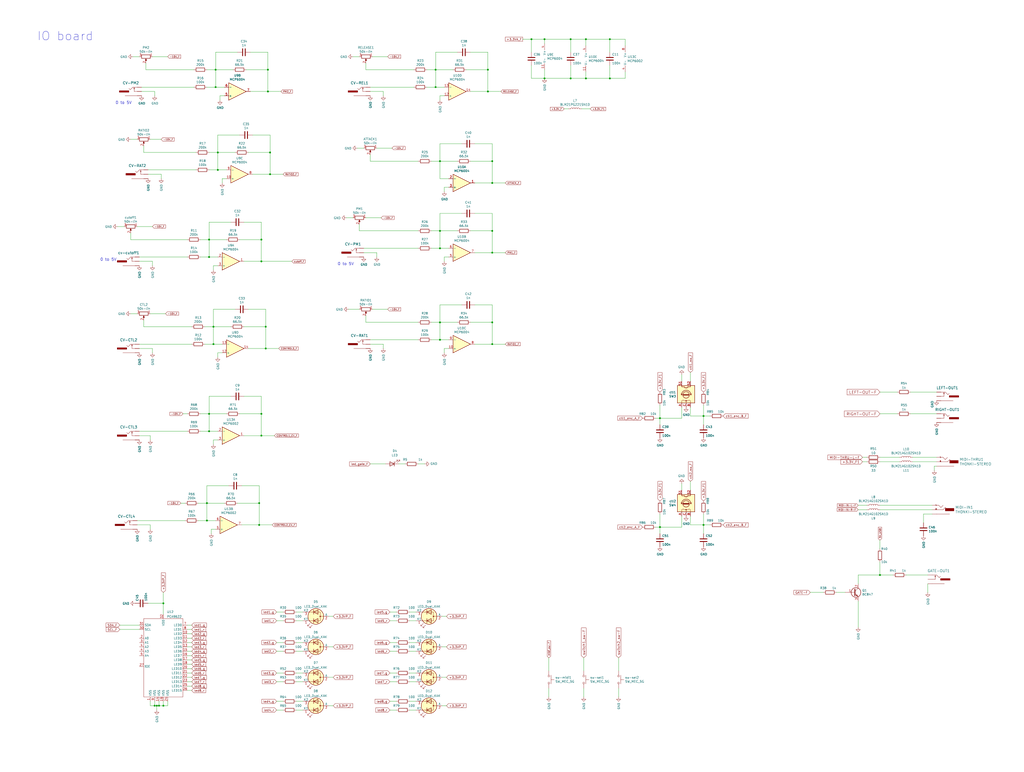
<source format=kicad_sch>
(kicad_sch (version 20211123) (generator eeschema)
  (paper "User" 597.103 450.037)
  (junction (at 317.5 22.86))
  (junction (at 284.48 40.64))
  (junction (at 256.54 93.98))
  (junction (at 287.02 187.96))
  (junction (at 332.74 22.86))
  (junction (at 384.81 243.84))
  (junction (at 410.21 242.57))
  (junction (at 120.65 303.53))
  (junction (at 256.54 134.62))
  (junction (at 121.92 251.46))
  (junction (at 95.25 411.48))
  (junction (at 120.65 293.37))
  (junction (at 124.46 190.5))
  (junction (at 121.92 139.7))
  (junction (at 154.94 190.5))
  (junction (at 152.4 152.4))
  (junction (at 125.73 40.64))
  (junction (at 256.54 187.96))
  (junction (at 157.48 88.9))
  (junction (at 309.88 22.86))
  (junction (at 254 50.8))
  (junction (at 256.54 198.12))
  (junction (at 90.17 411.48))
  (junction (at 154.94 203.2))
  (junction (at 152.4 241.3))
  (junction (at 287.02 93.98))
  (junction (at 121.92 241.3))
  (junction (at 284.48 53.34))
  (junction (at 127 88.9))
  (junction (at 152.4 254))
  (junction (at 410.21 306.07))
  (junction (at 127 99.06))
  (junction (at 341.63 45.72))
  (junction (at 124.46 200.66))
  (junction (at 121.92 149.86))
  (junction (at 156.21 40.64))
  (junction (at 254 40.64))
  (junction (at 287.02 147.32))
  (junction (at 156.21 53.34))
  (junction (at 91.44 411.48))
  (junction (at 157.48 101.6))
  (junction (at 151.13 306.07))
  (junction (at 287.02 200.66))
  (junction (at 355.6 45.72))
  (junction (at 125.73 50.8))
  (junction (at 151.13 293.37))
  (junction (at 513.08 335.28))
  (junction (at 332.74 45.72))
  (junction (at 384.81 307.34))
  (junction (at 317.5 45.72))
  (junction (at 256.54 144.78))
  (junction (at 341.63 22.86))
  (junction (at 92.71 411.48))
  (junction (at 287.02 106.68))
  (junction (at 152.4 139.7))
  (junction (at 95.25 351.79))
  (junction (at 355.6 22.86))
  (junction (at 287.02 134.62))
  (wire (pts (xy 287.02 93.98) (xy 287.02 106.68)))
  (wire (pts (xy 276.86 124.46) (xy 287.02 124.46)))
  (wire (pts (xy 203.2 180.34) (xy 209.55 180.34)))
  (wire (pts (xy 80.01 303.53) (xy 107.95 303.53)))
  (wire (pts (xy 87.63 254) (xy 87.63 256.54)))
  (wire (pts (xy 90.17 411.48) (xy 91.44 411.48)))
  (wire (pts (xy 355.6 45.72) (xy 341.63 45.72)))
  (wire (pts (xy 528.32 335.28) (xy 541.02 335.28)))
  (wire (pts (xy 284.48 53.34) (xy 274.32 53.34)))
  (wire (pts (xy 266.7 187.96) (xy 256.54 187.96)))
  (wire (pts (xy 120.65 50.8) (xy 125.73 50.8)))
  (wire (pts (xy 541.02 340.36) (xy 541.02 345.44)))
  (wire (pts (xy 95.25 408.94) (xy 95.25 411.48)))
  (wire (pts (xy 355.6 38.1) (xy 355.6 45.72)))
  (wire (pts (xy 513.08 294.64) (xy 543.56 294.64)))
  (wire (pts (xy 143.51 40.64) (xy 156.21 40.64)))
  (wire (pts (xy 83.82 186.69) (xy 83.82 190.5)))
  (wire (pts (xy 238.76 397.51) (xy 242.57 397.51)))
  (wire (pts (xy 355.6 22.86) (xy 364.49 22.86)))
  (wire (pts (xy 172.72 361.95) (xy 176.53 361.95)))
  (wire (pts (xy 156.21 53.34) (xy 146.05 53.34)))
  (wire (pts (xy 384.81 307.34) (xy 384.81 299.72)))
  (wire (pts (xy 309.88 30.48) (xy 309.88 22.86)))
  (wire (pts (xy 152.4 231.14) (xy 152.4 241.3)))
  (wire (pts (xy 513.08 335.28) (xy 500.38 335.28)))
  (wire (pts (xy 256.54 134.62) (xy 256.54 144.78)))
  (wire (pts (xy 172.72 414.02) (xy 176.53 414.02)))
  (wire (pts (xy 124.46 154.94) (xy 124.46 157.48)))
  (wire (pts (xy 127 154.94) (xy 124.46 154.94)))
  (wire (pts (xy 530.86 241.3) (xy 546.1 241.3)))
  (wire (pts (xy 238.76 408.94) (xy 242.57 408.94)))
  (wire (pts (xy 87.63 182.88) (xy 96.52 182.88)))
  (wire (pts (xy 261.62 109.22) (xy 259.08 109.22)))
  (wire (pts (xy 384.81 243.84) (xy 384.81 236.22)))
  (wire (pts (xy 146.05 30.48) (xy 156.21 30.48)))
  (wire (pts (xy 266.7 30.48) (xy 254 30.48)))
  (wire (pts (xy 382.27 307.34) (xy 384.81 307.34)))
  (wire (pts (xy 172.72 392.43) (xy 176.53 392.43)))
  (wire (pts (xy 139.7 139.7) (xy 152.4 139.7)))
  (wire (pts (xy 227.33 356.87) (xy 231.14 356.87)))
  (wire (pts (xy 205.74 33.02) (xy 209.55 33.02)))
  (wire (pts (xy 402.59 242.57) (xy 410.21 242.57)))
  (wire (pts (xy 209.55 134.62) (xy 243.84 134.62)))
  (wire (pts (xy 209.55 130.81) (xy 209.55 134.62)))
  (wire (pts (xy 341.63 22.86) (xy 355.6 22.86)))
  (wire (pts (xy 109.22 374.65) (xy 111.76 374.65)))
  (wire (pts (xy 95.25 345.44) (xy 95.25 351.79)))
  (wire (pts (xy 309.88 45.72) (xy 317.5 45.72)))
  (wire (pts (xy 227.33 392.43) (xy 231.14 392.43)))
  (wire (pts (xy 157.48 88.9) (xy 157.48 101.6)))
  (wire (pts (xy 125.73 308.61) (xy 123.19 308.61)))
  (wire (pts (xy 95.25 351.79) (xy 95.25 358.14)))
  (wire (pts (xy 125.73 30.48) (xy 125.73 40.64)))
  (wire (pts (xy 81.28 149.86) (xy 109.22 149.86)))
  (wire (pts (xy 76.2 139.7) (xy 109.22 139.7)))
  (wire (pts (xy 127 99.06) (xy 132.08 99.06)))
  (wire (pts (xy 85.09 36.83) (xy 85.09 40.64)))
  (wire (pts (xy 397.51 237.49) (xy 397.51 243.84)))
  (wire (pts (xy 109.22 389.89) (xy 111.76 389.89)))
  (wire (pts (xy 156.21 30.48) (xy 156.21 40.64)))
  (wire (pts (xy 271.78 40.64) (xy 284.48 40.64)))
  (wire (pts (xy 287.02 134.62) (xy 287.02 147.32)))
  (wire (pts (xy 86.36 351.79) (xy 95.25 351.79)))
  (wire (pts (xy 215.9 198.12) (xy 243.84 198.12)))
  (wire (pts (xy 81.28 254) (xy 87.63 254)))
  (wire (pts (xy 259.08 149.86) (xy 259.08 152.4)))
  (wire (pts (xy 125.73 40.64) (xy 125.73 50.8)))
  (wire (pts (xy 127 88.9) (xy 127 99.06)))
  (wire (pts (xy 257.81 359.41) (xy 260.35 359.41)))
  (wire (pts (xy 505.46 266.7) (xy 502.92 266.7)))
  (wire (pts (xy 513.08 335.28) (xy 520.7 335.28)))
  (wire (pts (xy 128.27 55.88) (xy 128.27 58.42)))
  (wire (pts (xy 172.72 397.51) (xy 176.53 397.51)))
  (wire (pts (xy 215.9 53.34) (xy 223.52 53.34)))
  (wire (pts (xy 161.29 374.65) (xy 165.1 374.65)))
  (wire (pts (xy 223.52 200.66) (xy 223.52 203.2)))
  (wire (pts (xy 115.57 293.37) (xy 120.65 293.37)))
  (wire (pts (xy 355.6 22.86) (xy 355.6 30.48)))
  (wire (pts (xy 119.38 200.66) (xy 124.46 200.66)))
  (wire (pts (xy 538.48 299.72) (xy 538.48 304.8)))
  (wire (pts (xy 120.65 293.37) (xy 120.65 303.53)))
  (wire (pts (xy 109.22 397.51) (xy 111.76 397.51)))
  (wire (pts (xy 86.36 101.6) (xy 93.98 101.6)))
  (wire (pts (xy 121.92 149.86) (xy 127 149.86)))
  (wire (pts (xy 256.54 177.8) (xy 256.54 187.96)))
  (wire (pts (xy 83.82 190.5) (xy 111.76 190.5)))
  (wire (pts (xy 317.5 45.72) (xy 332.74 45.72)))
  (wire (pts (xy 259.08 203.2) (xy 259.08 205.74)))
  (wire (pts (xy 144.78 180.34) (xy 154.94 180.34)))
  (wire (pts (xy 269.24 177.8) (xy 256.54 177.8)))
  (wire (pts (xy 227.33 397.51) (xy 231.14 397.51)))
  (wire (pts (xy 95.25 411.48) (xy 97.79 411.48)))
  (wire (pts (xy 227.33 361.95) (xy 231.14 361.95)))
  (wire (pts (xy 156.21 40.64) (xy 156.21 53.34)))
  (wire (pts (xy 238.76 361.95) (xy 242.57 361.95)))
  (wire (pts (xy 124.46 180.34) (xy 124.46 190.5)))
  (wire (pts (xy 172.72 374.65) (xy 176.53 374.65)))
  (wire (pts (xy 402.59 300.99) (xy 402.59 306.07)))
  (wire (pts (xy 130.81 55.88) (xy 128.27 55.88)))
  (wire (pts (xy 132.08 139.7) (xy 121.92 139.7)))
  (wire (pts (xy 80.01 182.88) (xy 76.2 182.88)))
  (wire (pts (xy 152.4 139.7) (xy 152.4 152.4)))
  (wire (pts (xy 284.48 53.34) (xy 292.1 53.34)))
  (wire (pts (xy 215.9 93.98) (xy 243.84 93.98)))
  (wire (pts (xy 152.4 241.3) (xy 152.4 254)))
  (wire (pts (xy 172.72 379.73) (xy 176.53 379.73)))
  (wire (pts (xy 127 256.54) (xy 124.46 256.54)))
  (wire (pts (xy 120.65 303.53) (xy 125.73 303.53)))
  (wire (pts (xy 80.01 132.08) (xy 88.9 132.08)))
  (wire (pts (xy 81.28 152.4) (xy 88.9 152.4)))
  (wire (pts (xy 523.24 228.6) (xy 513.08 228.6)))
  (wire (pts (xy 72.39 132.08) (xy 68.58 132.08)))
  (wire (pts (xy 83.82 85.09) (xy 83.82 88.9)))
  (wire (pts (xy 259.08 109.22) (xy 259.08 111.76)))
  (wire (pts (xy 532.13 266.7) (xy 546.1 266.7)))
  (wire (pts (xy 213.36 184.15) (xy 213.36 187.96)))
  (wire (pts (xy 251.46 198.12) (xy 256.54 198.12)))
  (wire (pts (xy 134.62 190.5) (xy 124.46 190.5)))
  (wire (pts (xy 191.77 394.97) (xy 194.31 394.97)))
  (wire (pts (xy 93.98 101.6) (xy 93.98 104.14)))
  (wire (pts (xy 105.41 293.37) (xy 107.95 293.37)))
  (wire (pts (xy 154.94 190.5) (xy 154.94 203.2)))
  (wire (pts (xy 332.74 45.72) (xy 341.63 45.72)))
  (wire (pts (xy 274.32 187.96) (xy 287.02 187.96)))
  (wire (pts (xy 309.88 22.86) (xy 304.8 22.86)))
  (wire (pts (xy 109.22 402.59) (xy 111.76 402.59)))
  (wire (pts (xy 137.16 88.9) (xy 127 88.9)))
  (wire (pts (xy 217.17 33.02) (xy 226.06 33.02)))
  (wire (pts (xy 287.02 83.82) (xy 287.02 93.98)))
  (wire (pts (xy 513.08 266.7) (xy 524.51 266.7)))
  (wire (pts (xy 472.44 345.44) (xy 480.06 345.44)))
  (wire (pts (xy 505.46 294.64) (xy 500.38 294.64)))
  (wire (pts (xy 130.81 293.37) (xy 120.65 293.37)))
  (wire (pts (xy 546.1 271.78) (xy 544.83 271.78)))
  (wire (pts (xy 410.21 306.07) (xy 414.02 306.07)))
  (wire (pts (xy 82.55 50.8) (xy 113.03 50.8)))
  (wire (pts (xy 513.08 327.66) (xy 513.08 335.28)))
  (wire (pts (xy 121.92 241.3) (xy 121.92 251.46)))
  (wire (pts (xy 364.49 45.72) (xy 355.6 45.72)))
  (wire (pts (xy 213.36 127) (xy 222.25 127)))
  (wire (pts (xy 121.92 129.54) (xy 121.92 139.7)))
  (wire (pts (xy 543.56 299.72) (xy 538.48 299.72)))
  (wire (pts (xy 152.4 254) (xy 142.24 254)))
  (wire (pts (xy 544.83 271.78) (xy 544.83 274.32)))
  (wire (pts (xy 127 78.74) (xy 127 88.9)))
  (wire (pts (xy 238.76 379.73) (xy 242.57 379.73)))
  (wire (pts (xy 172.72 408.94) (xy 176.53 408.94)))
  (wire (pts (xy 91.44 414.02) (xy 91.44 411.48)))
  (wire (pts (xy 123.19 308.61) (xy 123.19 311.15)))
  (wire (pts (xy 287.02 177.8) (xy 287.02 187.96)))
  (wire (pts (xy 119.38 190.5) (xy 124.46 190.5)))
  (wire (pts (xy 254 30.48) (xy 254 40.64)))
  (wire (pts (xy 151.13 283.21) (xy 151.13 293.37)))
  (wire (pts (xy 340.36 401.32) (xy 340.36 406.4)))
  (wire (pts (xy 121.92 231.14) (xy 121.92 241.3)))
  (wire (pts (xy 397.51 243.84) (xy 384.81 243.84)))
  (wire (pts (xy 151.13 306.07) (xy 140.97 306.07)))
  (wire (pts (xy 82.55 53.34) (xy 90.17 53.34)))
  (wire (pts (xy 154.94 203.2) (xy 144.78 203.2)))
  (wire (pts (xy 274.32 93.98) (xy 287.02 93.98)))
  (wire (pts (xy 238.76 414.02) (xy 242.57 414.02)))
  (wire (pts (xy 81.28 203.2) (xy 88.9 203.2)))
  (wire (pts (xy 129.54 104.14) (xy 129.54 106.68)))
  (wire (pts (xy 172.72 356.87) (xy 176.53 356.87)))
  (wire (pts (xy 241.3 40.64) (xy 213.36 40.64)))
  (wire (pts (xy 287.02 147.32) (xy 294.64 147.32)))
  (wire (pts (xy 364.49 22.86) (xy 364.49 26.67)))
  (wire (pts (xy 259.08 55.88) (xy 256.54 55.88)))
  (wire (pts (xy 309.88 22.86) (xy 317.5 22.86)))
  (wire (pts (xy 87.63 306.07) (xy 87.63 308.61)))
  (wire (pts (xy 109.22 372.11) (xy 111.76 372.11)))
  (wire (pts (xy 340.36 383.54) (xy 340.36 391.16)))
  (wire (pts (xy 251.46 93.98) (xy 256.54 93.98)))
  (wire (pts (xy 121.92 99.06) (xy 127 99.06)))
  (wire (pts (xy 88.9 33.02) (xy 97.79 33.02)))
  (wire (pts (xy 251.46 187.96) (xy 256.54 187.96)))
  (wire (pts (xy 116.84 139.7) (xy 121.92 139.7)))
  (wire (pts (xy 154.94 203.2) (xy 162.56 203.2)))
  (wire (pts (xy 92.71 408.94) (xy 92.71 411.48)))
  (wire (pts (xy 500.38 350.52) (xy 500.38 365.76)))
  (wire (pts (xy 500.38 335.28) (xy 500.38 340.36)))
  (wire (pts (xy 140.97 283.21) (xy 151.13 283.21)))
  (wire (pts (xy 90.17 53.34) (xy 90.17 55.88)))
  (wire (pts (xy 76.2 135.89) (xy 76.2 139.7)))
  (wire (pts (xy 238.76 392.43) (xy 242.57 392.43)))
  (wire (pts (xy 254 40.64) (xy 254 50.8)))
  (wire (pts (xy 92.71 411.48) (xy 95.25 411.48)))
  (wire (pts (xy 274.32 134.62) (xy 287.02 134.62)))
  (wire (pts (xy 81.28 251.46) (xy 109.22 251.46)))
  (wire (pts (xy 317.5 25.4) (xy 317.5 22.86)))
  (wire (pts (xy 137.16 180.34) (xy 124.46 180.34)))
  (wire (pts (xy 138.43 293.37) (xy 151.13 293.37)))
  (wire (pts (xy 227.33 374.65) (xy 231.14 374.65)))
  (wire (pts (xy 397.51 307.34) (xy 384.81 307.34)))
  (wire (pts (xy 287.02 106.68) (xy 294.64 106.68)))
  (wire (pts (xy 287.02 200.66) (xy 276.86 200.66)))
  (wire (pts (xy 487.68 345.44) (xy 492.76 345.44)))
  (wire (pts (xy 530.86 228.6) (xy 546.1 228.6)))
  (wire (pts (xy 219.71 86.36) (xy 228.6 86.36)))
  (wire (pts (xy 215.9 270.51) (xy 224.79 270.51)))
  (wire (pts (xy 410.21 306.07) (xy 410.21 311.15)))
  (wire (pts (xy 410.21 242.57) (xy 410.21 247.65)))
  (wire (pts (xy 116.84 241.3) (xy 121.92 241.3)))
  (wire (pts (xy 269.24 124.46) (xy 256.54 124.46)))
  (wire (pts (xy 331.47 63.5) (xy 328.93 63.5)))
  (wire (pts (xy 157.48 78.74) (xy 157.48 88.9)))
  (wire (pts (xy 154.94 180.34) (xy 154.94 190.5)))
  (wire (pts (xy 132.08 104.14) (xy 129.54 104.14)))
  (wire (pts (xy 152.4 152.4) (xy 142.24 152.4)))
  (wire (pts (xy 152.4 129.54) (xy 152.4 139.7)))
  (wire (pts (xy 120.65 283.21) (xy 120.65 293.37)))
  (wire (pts (xy 274.32 30.48) (xy 284.48 30.48)))
  (wire (pts (xy 147.32 78.74) (xy 157.48 78.74)))
  (wire (pts (xy 402.59 237.49) (xy 402.59 242.57)))
  (wire (pts (xy 157.48 101.6) (xy 165.1 101.6)))
  (wire (pts (xy 287.02 106.68) (xy 276.86 106.68)))
  (wire (pts (xy 106.68 241.3) (xy 109.22 241.3)))
  (wire (pts (xy 248.92 40.64) (xy 254 40.64)))
  (wire (pts (xy 257.81 411.48) (xy 260.35 411.48)))
  (wire (pts (xy 364.49 41.91) (xy 364.49 45.72)))
  (wire (pts (xy 208.28 86.36) (xy 212.09 86.36)))
  (wire (pts (xy 269.24 83.82) (xy 256.54 83.82)))
  (wire (pts (xy 287.02 147.32) (xy 276.86 147.32)))
  (wire (pts (xy 135.89 40.64) (xy 125.73 40.64)))
  (wire (pts (xy 127 205.74) (xy 127 208.28)))
  (wire (pts (xy 69.85 367.03) (xy 81.28 367.03)))
  (wire (pts (xy 256.54 104.14) (xy 261.62 104.14)))
  (wire (pts (xy 151.13 306.07) (xy 158.75 306.07)))
  (wire (pts (xy 170.18 152.4) (xy 152.4 152.4)))
  (wire (pts (xy 109.22 400.05) (xy 111.76 400.05)))
  (wire (pts (xy 513.08 269.24) (xy 524.51 269.24)))
  (wire (pts (xy 121.92 251.46) (xy 127 251.46)))
  (wire (pts (xy 129.54 205.74) (xy 127 205.74)))
  (wire (pts (xy 161.29 356.87) (xy 165.1 356.87)))
  (wire (pts (xy 317.5 22.86) (xy 332.74 22.86)))
  (wire (pts (xy 161.29 408.94) (xy 165.1 408.94)))
  (wire (pts (xy 88.9 152.4) (xy 88.9 154.94)))
  (wire (pts (xy 86.36 99.06) (xy 114.3 99.06)))
  (wire (pts (xy 261.62 149.86) (xy 259.08 149.86)))
  (wire (pts (xy 161.29 361.95) (xy 165.1 361.95)))
  (wire (pts (xy 505.46 269.24) (xy 502.92 269.24)))
  (wire (pts (xy 276.86 83.82) (xy 287.02 83.82)))
  (wire (pts (xy 264.16 40.64) (xy 254 40.64)))
  (wire (pts (xy 132.08 241.3) (xy 121.92 241.3)))
  (wire (pts (xy 109.22 382.27) (xy 111.76 382.27)))
  (wire (pts (xy 151.13 293.37) (xy 151.13 306.07)))
  (wire (pts (xy 213.36 36.83) (xy 213.36 40.64)))
  (wire (pts (xy 339.09 63.5) (xy 344.17 63.5)))
  (wire (pts (xy 360.68 383.54) (xy 360.68 391.16)))
  (wire (pts (xy 91.44 411.48) (xy 92.71 411.48)))
  (wire (pts (xy 257.81 377.19) (xy 260.35 377.19)))
  (wire (pts (xy 360.68 401.32) (xy 360.68 406.4)))
  (wire (pts (xy 251.46 134.62) (xy 256.54 134.62)))
  (wire (pts (xy 109.22 384.81) (xy 111.76 384.81)))
  (wire (pts (xy 257.81 394.97) (xy 260.35 394.97)))
  (wire (pts (xy 134.62 231.14) (xy 121.92 231.14)))
  (wire (pts (xy 243.84 270.51) (xy 247.65 270.51)))
  (wire (pts (xy 223.52 53.34) (xy 223.52 55.88)))
  (wire (pts (xy 115.57 303.53) (xy 120.65 303.53)))
  (wire (pts (xy 232.41 270.51) (xy 236.22 270.51)))
  (wire (pts (xy 139.7 241.3) (xy 152.4 241.3)))
  (wire (pts (xy 256.54 83.82) (xy 256.54 93.98)))
  (wire (pts (xy 238.76 374.65) (xy 242.57 374.65)))
  (wire (pts (xy 217.17 180.34) (xy 226.06 180.34)))
  (wire (pts (xy 109.22 379.73) (xy 111.76 379.73)))
  (wire (pts (xy 80.01 306.07) (xy 87.63 306.07)))
  (wire (pts (xy 215.9 200.66) (xy 223.52 200.66)))
  (wire (pts (xy 134.62 129.54) (xy 121.92 129.54)))
  (wire (pts (xy 90.17 408.94) (xy 90.17 411.48)))
  (wire (pts (xy 109.22 367.03) (xy 111.76 367.03)))
  (wire (pts (xy 138.43 30.48) (xy 125.73 30.48)))
  (wire (pts (xy 85.09 40.64) (xy 113.03 40.64)))
  (wire (pts (xy 87.63 408.94) (xy 87.63 411.48)))
  (wire (pts (xy 121.92 88.9) (xy 127 88.9)))
  (wire (pts (xy 133.35 283.21) (xy 120.65 283.21)))
  (wire (pts (xy 410.21 236.22) (xy 410.21 242.57)))
  (wire (pts (xy 317.5 40.64) (xy 317.5 45.72)))
  (wire (pts (xy 287.02 124.46) (xy 287.02 134.62)))
  (wire (pts (xy 287.02 187.96) (xy 287.02 200.66)))
  (wire (pts (xy 161.29 379.73) (xy 165.1 379.73)))
  (wire (pts (xy 382.27 243.84) (xy 384.81 243.84)))
  (wire (pts (xy 384.81 247.65) (xy 384.81 243.84)))
  (wire (pts (xy 320.04 401.32) (xy 320.04 406.4)))
  (wire (pts (xy 81.28 200.66) (xy 111.76 200.66)))
  (wire (pts (xy 161.29 397.51) (xy 165.1 397.51)))
  (wire (pts (xy 80.01 81.28) (xy 76.2 81.28)))
  (wire (pts (xy 124.46 200.66) (xy 129.54 200.66)))
  (wire (pts (xy 124.46 190.5) (xy 124.46 200.66)))
  (wire (pts (xy 227.33 414.02) (xy 231.14 414.02)))
  (wire (pts (xy 109.22 369.57) (xy 111.76 369.57)))
  (wire (pts (xy 332.74 30.48) (xy 332.74 22.86)))
  (wire (pts (xy 513.08 297.18) (xy 543.56 297.18)))
  (wire (pts (xy 251.46 144.78) (xy 256.54 144.78)))
  (wire (pts (xy 157.48 101.6) (xy 147.32 101.6)))
  (wire (pts (xy 156.21 53.34) (xy 163.83 53.34)))
  (wire (pts (xy 77.47 33.02) (xy 81.28 33.02)))
  (wire (pts (xy 256.54 124.46) (xy 256.54 134.62)))
  (wire (pts (xy 284.48 40.64) (xy 284.48 53.34)))
  (wire (pts (xy 332.74 38.1) (xy 332.74 45.72)))
  (wire (pts (xy 256.54 93.98) (xy 256.54 104.14)))
  (wire (pts (xy 227.33 379.73) (xy 231.14 379.73)))
  (wire (pts (xy 161.29 392.43) (xy 165.1 392.43)))
  (wire (pts (xy 109.22 394.97) (xy 111.76 394.97)))
  (wire (pts (xy 287.02 200.66) (xy 294.64 200.66)))
  (wire (pts (xy 397.51 218.44) (xy 397.51 222.25)))
  (wire (pts (xy 116.84 149.86) (xy 121.92 149.86)))
  (wire (pts (xy 213.36 187.96) (xy 243.84 187.96)))
  (wire (pts (xy 109.22 377.19) (xy 111.76 377.19)))
  (wire (pts (xy 87.63 81.28) (xy 93.98 81.28)))
  (wire (pts (xy 201.93 127) (xy 205.74 127)))
  (wire (pts (xy 266.7 134.62) (xy 256.54 134.62)))
  (wire (pts (xy 532.13 269.24) (xy 546.1 269.24)))
  (wire (pts (xy 144.78 88.9) (xy 157.48 88.9)))
  (wire (pts (xy 513.08 320.04) (xy 513.08 314.96)))
  (wire (pts (xy 69.85 364.49) (xy 81.28 364.49)))
  (wire (pts (xy 124.46 256.54) (xy 124.46 259.08)))
  (wire (pts (xy 215.9 90.17) (xy 215.9 93.98)))
  (wire (pts (xy 341.63 26.67) (xy 341.63 22.86)))
  (wire (pts (xy 116.84 251.46) (xy 121.92 251.46)))
  (wire (pts (xy 161.29 414.02) (xy 165.1 414.02)))
  (wire (pts (xy 212.09 147.32) (xy 219.71 147.32)))
  (wire (pts (xy 238.76 356.87) (xy 242.57 356.87)))
  (wire (pts (xy 142.24 231.14) (xy 152.4 231.14)))
  (wire (pts (xy 83.82 88.9) (xy 114.3 88.9)))
  (wire (pts (xy 402.59 306.07) (xy 410.21 306.07)))
  (wire (pts (xy 212.09 144.78) (xy 243.84 144.78)))
  (wire (pts (xy 410.21 299.72) (xy 410.21 306.07)))
  (wire (pts (xy 248.92 50.8) (xy 254 50.8)))
  (wire (pts (xy 191.77 411.48) (xy 194.31 411.48)))
  (wire (pts (xy 109.22 387.35) (xy 111.76 387.35)))
  (wire (pts (xy 139.7 78.74) (xy 127 78.74)))
  (wire (pts (xy 109.22 392.43) (xy 111.76 392.43)))
  (wire (pts (xy 309.88 38.1) (xy 309.88 45.72)))
  (wire (pts (xy 256.54 55.88) (xy 256.54 58.42)))
  (wire (pts (xy 523.24 241.3) (xy 513.08 241.3)))
  (wire (pts (xy 227.33 408.94) (xy 231.14 408.94)))
  (wire (pts (xy 215.9 50.8) (xy 241.3 50.8)))
  (wire (pts (xy 341.63 41.91) (xy 341.63 45.72)))
  (wire (pts (xy 256.54 187.96) (xy 256.54 198.12)))
  (wire (pts (xy 87.63 411.48) (xy 90.17 411.48)))
  (wire (pts (xy 152.4 254) (xy 160.02 254)))
  (wire (pts (xy 191.77 359.41) (xy 194.31 359.41)))
  (wire (pts (xy 97.79 411.48) (xy 97.79 408.94)))
  (wire (pts (xy 125.73 50.8) (xy 130.81 50.8)))
  (wire (pts (xy 397.51 300.99) (xy 397.51 307.34)))
  (wire (pts (xy 219.71 147.32) (xy 219.71 149.86)))
  (wire (pts (xy 121.92 139.7) (xy 121.92 149.86)))
  (wire (pts (xy 402.59 280.67) (xy 402.59 285.75)))
  (wire (pts (xy 332.74 22.86) (xy 341.63 22.86)))
  (wire (pts (xy 505.46 297.18) (xy 500.38 297.18)))
  (wire (pts (xy 254 50.8) (xy 259.08 50.8)))
  (wire (pts (xy 142.24 190.5) (xy 154.94 190.5)))
  (wire (pts (xy 261.62 203.2) (xy 259.08 203.2)))
  (wire (pts (xy 266.7 93.98) (xy 256.54 93.98)))
  (wire (pts (xy 142.24 129.54) (xy 152.4 129.54)))
  (wire (pts (xy 320.04 383.54) (xy 320.04 391.16)))
  (wire (pts (xy 256.54 144.78) (xy 261.62 144.78)))
  (wire (pts (xy 410.21 242.57) (xy 414.02 242.57)))
  (wire (pts (xy 397.51 281.94) (xy 397.51 285.75)))
  (wire (pts (xy 402.59 217.17) (xy 402.59 222.25)))
  (wire (pts (xy 88.9 203.2) (xy 88.9 205.74)))
  (wire (pts (xy 191.77 377.19) (xy 194.31 377.19)))
  (wire (pts (xy 109.22 364.49) (xy 111.76 364.49)))
  (wire (pts (xy 384.81 311.15) (xy 384.81 307.34)))
  (wire (pts (xy 256.54 198.12) (xy 261.62 198.12)))
  (wire (pts (xy 120.65 40.64) (xy 125.73 40.64)))
  (wire (pts (xy 284.48 30.48) (xy 284.48 40.64)))
  (wire (pts (xy 276.86 177.8) (xy 287.02 177.8)))
  (text "0 to 5V" (at 67.31 60.96 0) (effects (font (size 1.6256 1.6256)) (justify left bottom)))
  (text "0 to 5V" (at 196.85 154.94 0) (effects (font (size 1.6256 1.6256)) (justify left bottom)))
  (text "IO board" (at 21.59 24.13 0) (effects (font (size 5.0038 5.0038)) (justify left bottom)))
  (text "0 to 5V" (at 58.42 152.4 0) (effects (font (size 1.6256 1.6256)) (justify left bottom)))
  (global_label "led8_g" (shape input) (at 111.76 400.05 0) (property "Intersheet References" "${INTERSHEET_REFS}" (effects hide)))
  (global_label "led1_r" (shape input) (at 111.76 367.03 0) (property "Intersheet References" "${INTERSHEET_REFS}" (effects hide)))
  (global_label "led3_r" (shape input) (at 161.29 397.51 180) (property "Intersheet References" "${INTERSHEET_REFS}" (effects hide)))
  (global_label "-10V_F" (shape input) (at 106.68 241.3 180) (effects (font (size 1.016 1.016))) (property "Intersheet References" "${INTERSHEET_REFS}" (effects hide)))
  (global_label "+3.3V_F1" (shape input) (at 502.92 269.24 180) (effects (font (size 1.4224 1.4224))) (property "Intersheet References" "${INTERSHEET_REFS}" (effects hide)))
  (global_label "led4_g" (shape input) (at 111.76 379.73 0) (property "Intersheet References" "${INTERSHEET_REFS}" (effects hide)))
  (global_label "led7_r" (shape input) (at 111.76 397.51 0) (property "Intersheet References" "${INTERSHEET_REFS}" (effects hide)))
  (global_label "+3.3V_F" (shape input) (at 328.93 63.5 180) (effects (font (size 1.016 1.016))) (property "Intersheet References" "${INTERSHEET_REFS}" (effects hide)))
  (global_label "ctl2_enc_A_F" (shape input) (at 374.65 307.34 180) (property "Intersheet References" "${INTERSHEET_REFS}" (effects hide)))
  (global_label "led5_g" (shape input) (at 111.76 384.81 0) (property "Intersheet References" "${INTERSHEET_REFS}" (effects hide)))
  (global_label "led7_g" (shape input) (at 227.33 392.43 180) (property "Intersheet References" "${INTERSHEET_REFS}" (effects hide)))
  (global_label "5V_USB" (shape input) (at 513.08 314.96 90) (effects (font (size 1.016 1.016))) (property "Intersheet References" "${INTERSHEET_REFS}" (effects hide)))
  (global_label "led8_r" (shape input) (at 111.76 402.59 0) (property "Intersheet References" "${INTERSHEET_REFS}" (effects hide)))
  (global_label "led7_r" (shape input) (at 227.33 397.51 180) (property "Intersheet References" "${INTERSHEET_REFS}" (effects hide)))
  (global_label "+3.3VA_F" (shape passive) (at 304.8 22.86 180) (property "Intersheet References" "${INTERSHEET_REFS}" (effects hide)))
  (global_label "led3_r" (shape input) (at 111.76 377.19 0) (property "Intersheet References" "${INTERSHEET_REFS}" (effects hide)))
  (global_label "switch2_sw-F" (shape input) (at 360.68 383.54 90) (effects (font (size 1.4224 1.4224))) (property "Intersheet References" "${INTERSHEET_REFS}" (effects hide)))
  (global_label "led1_r" (shape input) (at 161.29 361.95 180) (property "Intersheet References" "${INTERSHEET_REFS}" (effects hide)))
  (global_label "-10V_F" (shape input) (at 105.41 293.37 180) (effects (font (size 1.016 1.016))) (property "Intersheet References" "${INTERSHEET_REFS}" (effects hide)))
  (global_label "-10V_F" (shape input) (at 88.9 132.08 0) (effects (font (size 1.016 1.016))) (property "Intersheet References" "${INTERSHEET_REFS}" (effects hide)))
  (global_label "+3.3VP_F" (shape input) (at 260.35 394.97 0) (property "Intersheet References" "${INTERSHEET_REFS}" (effects hide)))
  (global_label "led4_r" (shape input) (at 111.76 382.27 0) (property "Intersheet References" "${INTERSHEET_REFS}" (effects hide)))
  (global_label "-10V_F" (shape input) (at 228.6 86.36 0) (effects (font (size 1.016 1.016))) (property "Intersheet References" "${INTERSHEET_REFS}" (effects hide)))
  (global_label "+3.3V_F1" (shape input) (at 384.81 228.6 90) (property "Intersheet References" "${INTERSHEET_REFS}" (effects hide)))
  (global_label "led8_g" (shape input) (at 227.33 408.94 180) (property "Intersheet References" "${INTERSHEET_REFS}" (effects hide)))
  (global_label "led3_g" (shape input) (at 111.76 374.65 0) (property "Intersheet References" "${INTERSHEET_REFS}" (effects hide)))
  (global_label "-10V_F" (shape input) (at 222.25 127 0) (effects (font (size 1.016 1.016))) (property "Intersheet References" "${INTERSHEET_REFS}" (effects hide)))
  (global_label "ctl1_sw_F" (shape input) (at 402.59 217.17 90) (property "Intersheet References" "${INTERSHEET_REFS}" (effects hide)))
  (global_label "ctl1_enc_B_F" (shape input) (at 421.64 242.57 0) (property "Intersheet References" "${INTERSHEET_REFS}" (effects hide)))
  (global_label "PM2_F" (shape input) (at 163.83 53.34 0) (effects (font (size 1.016 1.016))) (property "Intersheet References" "${INTERSHEET_REFS}" (effects hide)))
  (global_label "LEFT-OUT-F" (shape input) (at 513.08 228.6 180) (effects (font (size 1.6764 1.6764))) (property "Intersheet References" "${INTERSHEET_REFS}" (effects hide)))
  (global_label "CONTROL2_CV_F" (shape input) (at 158.75 306.07 0) (effects (font (size 1.016 1.016))) (property "Intersheet References" "${INTERSHEET_REFS}" (effects hide)))
  (global_label "cutoff_f" (shape input) (at 170.18 152.4 0) (effects (font (size 1.016 1.016))) (property "Intersheet References" "${INTERSHEET_REFS}" (effects hide)))
  (global_label "+3.3VP_F" (shape input) (at 260.35 411.48 0) (property "Intersheet References" "${INTERSHEET_REFS}" (effects hide)))
  (global_label "MIDI-THRU-L-F" (shape input) (at 502.92 266.7 180) (effects (font (size 1.4224 1.4224))) (property "Intersheet References" "${INTERSHEET_REFS}" (effects hide)))
  (global_label "+3.3VP_F" (shape input) (at 194.31 411.48 0) (property "Intersheet References" "${INTERSHEET_REFS}" (effects hide)))
  (global_label "CONTROL1_CV_F" (shape input) (at 160.02 254 0) (effects (font (size 1.016 1.016))) (property "Intersheet References" "${INTERSHEET_REFS}" (effects hide)))
  (global_label "PM1_F" (shape input) (at 294.64 147.32 0) (effects (font (size 1.016 1.016))) (property "Intersheet References" "${INTERSHEET_REFS}" (effects hide)))
  (global_label "led2_g" (shape input) (at 161.29 374.65 180) (property "Intersheet References" "${INTERSHEET_REFS}" (effects hide)))
  (global_label "led4_r" (shape input) (at 161.29 414.02 180) (property "Intersheet References" "${INTERSHEET_REFS}" (effects hide)))
  (global_label "led6_r" (shape input) (at 111.76 392.43 0) (property "Intersheet References" "${INTERSHEET_REFS}" (effects hide)))
  (global_label "SCL_F" (shape input) (at 69.85 367.03 180) (property "Intersheet References" "${INTERSHEET_REFS}" (effects hide)))
  (global_label "led5_r" (shape input) (at 111.76 387.35 0) (property "Intersheet References" "${INTERSHEET_REFS}" (effects hide)))
  (global_label "switch1_sw-F" (shape input) (at 340.36 383.54 90) (effects (font (size 1.4224 1.4224))) (property "Intersheet References" "${INTERSHEET_REFS}" (effects hide)))
  (global_label "RATIO1_F" (shape input) (at 294.64 200.66 0) (effects (font (size 1.016 1.016))) (property "Intersheet References" "${INTERSHEET_REFS}" (effects hide)))
  (global_label "RIGHT-OUT-F" (shape input) (at 513.08 241.3 180) (effects (font (size 1.6764 1.6764))) (property "Intersheet References" "${INTERSHEET_REFS}" (effects hide)))
  (global_label "RATIO2_F" (shape input) (at 165.1 101.6 0) (effects (font (size 1.016 1.016))) (property "Intersheet References" "${INTERSHEET_REFS}" (effects hide)))
  (global_label "ctl2_enc_B_F" (shape input) (at 421.64 306.07 0) (property "Intersheet References" "${INTERSHEET_REFS}" (effects hide)))
  (global_label "led5_r" (shape input) (at 227.33 361.95 180) (property "Intersheet References" "${INTERSHEET_REFS}" (effects hide)))
  (global_label "ctl2_sw_F" (shape input) (at 402.59 280.67 90) (property "Intersheet References" "${INTERSHEET_REFS}" (effects hide)))
  (global_label "CONTROL3_F" (shape input) (at 162.56 203.2 0) (effects (font (size 1.016 1.016))) (property "Intersheet References" "${INTERSHEET_REFS}" (effects hide)))
  (global_label "led_gate_f" (shape input) (at 215.9 270.51 180) (property "Intersheet References" "${INTERSHEET_REFS}" (effects hide)))
  (global_label "+3.3VP_F" (shape input) (at 194.31 394.97 0) (property "Intersheet References" "${INTERSHEET_REFS}" (effects hide)))
  (global_label "led6_g" (shape input) (at 227.33 374.65 180) (property "Intersheet References" "${INTERSHEET_REFS}" (effects hide)))
  (global_label "led4_g" (shape input) (at 161.29 408.94 180) (property "Intersheet References" "${INTERSHEET_REFS}" (effects hide)))
  (global_label "+3.3VP_F" (shape input) (at 95.25 345.44 90) (property "Intersheet References" "${INTERSHEET_REFS}" (effects hide)))
  (global_label "led5_g" (shape input) (at 227.33 356.87 180) (property "Intersheet References" "${INTERSHEET_REFS}" (effects hide)))
  (global_label "+3.3VP_F" (shape input) (at 194.31 359.41 0) (property "Intersheet References" "${INTERSHEET_REFS}" (effects hide)))
  (global_label "led7_g" (shape input) (at 111.76 394.97 0) (property "Intersheet References" "${INTERSHEET_REFS}" (effects hide)))
  (global_label "-10V_F" (shape input) (at 96.52 182.88 0) (effects (font (size 1.016 1.016))) (property "Intersheet References" "${INTERSHEET_REFS}" (effects hide)))
  (global_label "led6_r" (shape input) (at 227.33 379.73 180) (property "Intersheet References" "${INTERSHEET_REFS}" (effects hide)))
  (global_label "+3.3VP_F" (shape input) (at 260.35 359.41 0) (property "Intersheet References" "${INTERSHEET_REFS}" (effects hide)))
  (global_label "led2_r" (shape input) (at 161.29 379.73 180) (property "Intersheet References" "${INTERSHEET_REFS}" (effects hide)))
  (global_label "RELEASE_F" (shape input) (at 292.1 53.34 0) (effects (font (size 1.016 1.016))) (property "Intersheet References" "${INTERSHEET_REFS}" (effects hide)))
  (global_label "+3.3V_F1" (shape input) (at 410.21 228.6 90) (property "Intersheet References" "${INTERSHEET_REFS}" (effects hide)))
  (global_label "+3.3V_F1" (shape input) (at 410.21 292.1 90) (property "Intersheet References" "${INTERSHEET_REFS}" (effects hide)))
  (global_label "GATE-F" (shape input) (at 472.44 345.44 180) (property "Intersheet References" "${INTERSHEET_REFS}" (effects hide)))
  (global_label "midi_sw-F" (shape input) (at 320.04 383.54 90) (effects (font (size 1.016 1.016))) (property "Intersheet References" "${INTERSHEET_REFS}" (effects hide)))
  (global_label "+3.3VP_F" (shape input) (at 260.35 377.19 0) (property "Intersheet References" "${INTERSHEET_REFS}" (effects hide)))
  (global_label "MIDI-IN-R-F" (shape input) (at 500.38 297.18 180) (effects (font (size 1.016 1.016))) (property "Intersheet References" "${INTERSHEET_REFS}" (effects hide)))
  (global_label "led1_g" (shape input) (at 111.76 364.49 0) (property "Intersheet References" "${INTERSHEET_REFS}" (effects hide)))
  (global_label "-10V_F" (shape input) (at 97.79 33.02 0) (effects (font (size 1.016 1.016))) (property "Intersheet References" "${INTERSHEET_REFS}" (effects hide)))
  (global_label "led2_g" (shape input) (at 111.76 369.57 0) (property "Intersheet References" "${INTERSHEET_REFS}" (effects hide)))
  (global_label "+3.3V_F1" (shape input) (at 384.81 292.1 90) (property "Intersheet References" "${INTERSHEET_REFS}" (effects hide)))
  (global_label "led2_r" (shape input) (at 111.76 372.11 0) (property "Intersheet References" "${INTERSHEET_REFS}" (effects hide)))
  (global_label "SDA_F" (shape input) (at 69.85 364.49 180) (property "Intersheet References" "${INTERSHEET_REFS}" (effects hide)))
  (global_label "-10V_F" (shape input) (at 93.98 81.28 0) (effects (font (size 1.016 1.016))) (property "Intersheet References" "${INTERSHEET_REFS}" (effects hide)))
  (global_label "-10V_F" (shape input) (at 226.06 180.34 0) (effects (font (size 1.016 1.016))) (property "Intersheet References" "${INTERSHEET_REFS}" (effects hide)))
  (global_label "-10V_F" (shape input) (at 226.06 33.02 0) (effects (font (size 1.016 1.016))) (property "Intersheet References" "${INTERSHEET_REFS}" (effects hide)))
  (global_label "led6_g" (shape input) (at 111.76 389.89 0) (property "Intersheet References" "${INTERSHEET_REFS}" (effects hide)))
  (global_label "ctl1_enc_A_F" (shape input) (at 374.65 243.84 180) (property "Intersheet References" "${INTERSHEET_REFS}" (effects hide)))
  (global_label "led8_r" (shape input) (at 227.33 414.02 180) (property "Intersheet References" "${INTERSHEET_REFS}" (effects hide)))
  (global_label "led1_g" (shape input) (at 161.29 356.87 180) (property "Intersheet References" "${INTERSHEET_REFS}" (effects hide)))
  (global_label "MIDI-IN-L-F" (shape input) (at 500.38 294.64 180) (effects (font (size 1.016 1.016))) (property "Intersheet References" "${INTERSHEET_REFS}" (effects hide)))
  (global_label "+3.3V_F1" (shape input) (at 344.17 63.5 0) (effects (font (size 1.016 1.016))) (property "Intersheet References" "${INTERSHEET_REFS}" (effects hide)))
  (global_label "led3_g" (shape input) (at 161.29 392.43 180) (property "Intersheet References" "${INTERSHEET_REFS}" (effects hide)))
  (global_label "+3.3VP_F" (shape input) (at 194.31 377.19 0) (property "Intersheet References" "${INTERSHEET_REFS}" (effects hide)))
  (global_label "ATTACK_F" (shape input) (at 294.64 106.68 0) (effects (font (size 1.016 1.016))) (property "Intersheet References" "${INTERSHEET_REFS}" (effects hide)))
  (symbol (lib_id "Device:C") (at 309.88 34.29 180) (unit 1)
    (property "Reference" "C36" (at 311.15 31.75 0) (effects (justify right)))
    (property "Value" "100n" (at 311.15 36.83 0) (effects (justify right)))
    (property "Footprint" "Capacitor_SMD:C_0805_2012Metric" (effects hide))
  )
  (symbol (lib_id "Device:C") (at 332.74 34.29 180) (unit 1)
    (property "Reference" "C37" (at 334.01 31.75 0) (effects (justify right)))
    (property "Value" "100n" (at 334.01 36.83 0) (effects (justify right)))
    (property "Footprint" "Capacitor_SMD:C_0805_2012Metric" (effects hide))
  )
  (symbol (lib_id "Device:L") (at 335.28 63.5 90) (unit 1)
    (property "Reference" "L7" (at 335.28 58.674 90))
    (property "Value" "BLM21PG221SN1D" (at 335.28 60.9854 90))
    (property "Footprint" "Inductor_SMD:L_0805_2012Metric" (effects hide))
  )
  (symbol (lib_id "power:GND") (at 544.83 274.32 0) (unit 1)
    (property "Reference" "#PWR095" (effects hide))
    (property "Value" "GND" (at 544.957 277.5712 90) (effects (justify right)))
  )
  (symbol (lib_id "Device:R") (at 247.65 187.96 270) (unit 1)
    (property "Reference" "R28" (at 247.65 182.7022 90))
    (property "Value" "200k" (at 247.65 185.0136 90))
    (property "Footprint" "Resistor_SMD:R_0805_2012Metric" (effects hide))
  )
  (symbol (lib_id "Device:C") (at 273.05 177.8 270) (unit 1)
    (property "Reference" "C42" (at 273.05 171.3992 90))
    (property "Value" "1n" (at 273.05 173.7106 90))
    (property "Footprint" "Capacitor_SMD:C_0805_2012Metric" (effects hide))
  )
  (symbol (lib_id "Device:R") (at 247.65 198.12 270) (unit 1)
    (property "Reference" "R29" (at 247.65 192.8622 90))
    (property "Value" "100k" (at 247.65 195.1736 90))
    (property "Footprint" "Resistor_SMD:R_0805_2012Metric" (effects hide))
  )
  (symbol (lib_id "Device:R") (at 270.51 187.96 270) (unit 1)
    (property "Reference" "R34" (at 270.51 182.7022 90))
    (property "Value" "66.5k" (at 270.51 185.0136 90))
    (property "Footprint" "Resistor_SMD:R_0805_2012Metric" (effects hide))
  )
  (symbol (lib_id "Device:R") (at 118.11 88.9 270) (unit 1)
    (property "Reference" "R17" (at 118.11 83.6422 90))
    (property "Value" "200k" (at 118.11 85.9536 90))
    (property "Footprint" "Resistor_SMD:R_0805_2012Metric" (effects hide))
  )
  (symbol (lib_id "Device:C") (at 143.51 78.74 270) (unit 1)
    (property "Reference" "C35" (at 143.51 72.3392 90))
    (property "Value" "1n" (at 143.51 74.6506 90))
    (property "Footprint" "Capacitor_SMD:C_0805_2012Metric" (effects hide))
  )
  (symbol (lib_id "Device:R") (at 118.11 99.06 270) (unit 1)
    (property "Reference" "R18" (at 118.11 93.8022 90))
    (property "Value" "100k" (at 118.11 96.1136 90))
    (property "Footprint" "Resistor_SMD:R_0805_2012Metric" (effects hide))
  )
  (symbol (lib_id "Device:R") (at 140.97 88.9 270) (unit 1)
    (property "Reference" "R22" (at 140.97 83.6422 90))
    (property "Value" "66.5k" (at 140.97 85.9536 90))
    (property "Footprint" "Resistor_SMD:R_0805_2012Metric" (effects hide))
  )
  (symbol (lib_id "Device:R") (at 113.03 139.7 270) (unit 1)
    (property "Reference" "R11" (at 113.03 134.4422 90))
    (property "Value" "200k" (at 113.03 136.7536 90))
    (property "Footprint" "Resistor_SMD:R_0805_2012Metric" (effects hide))
  )
  (symbol (lib_id "Device:C") (at 138.43 129.54 270) (unit 1)
    (property "Reference" "C32" (at 138.43 123.1392 90))
    (property "Value" "1n" (at 138.43 125.4506 90))
    (property "Footprint" "Capacitor_SMD:C_0805_2012Metric" (effects hide))
  )
  (symbol (lib_id "Device:R") (at 115.57 200.66 270) (unit 1)
    (property "Reference" "R12" (at 115.57 195.4022 90))
    (property "Value" "100k" (at 115.57 197.7136 90))
    (property "Footprint" "Resistor_SMD:R_0805_2012Metric" (effects hide))
  )
  (symbol (lib_id "Device:R") (at 135.89 139.7 270) (unit 1)
    (property "Reference" "R19" (at 135.89 134.4422 90))
    (property "Value" "66.5k" (at 135.89 136.7536 90))
    (property "Footprint" "Resistor_SMD:R_0805_2012Metric" (effects hide))
  )
  (symbol (lib_id "Device:R") (at 115.57 190.5 270) (unit 1)
    (property "Reference" "R13" (at 115.57 185.2422 90))
    (property "Value" "200k" (at 115.57 187.5536 90))
    (property "Footprint" "Resistor_SMD:R_0805_2012Metric" (effects hide))
  )
  (symbol (lib_id "Device:C") (at 140.97 180.34 270) (unit 1)
    (property "Reference" "C33" (at 140.97 173.9392 90))
    (property "Value" "1n" (at 140.97 176.2506 90))
    (property "Footprint" "Capacitor_SMD:C_0805_2012Metric" (effects hide))
  )
  (symbol (lib_id "Device:R") (at 113.03 149.86 270) (unit 1)
    (property "Reference" "R14" (at 113.03 144.6022 90))
    (property "Value" "100k" (at 113.03 146.9136 90))
    (property "Footprint" "Resistor_SMD:R_0805_2012Metric" (effects hide))
  )
  (symbol (lib_id "Device:R") (at 138.43 190.5 270) (unit 1)
    (property "Reference" "R20" (at 138.43 185.2422 90))
    (property "Value" "66.5k" (at 138.43 187.5536 90))
    (property "Footprint" "Resistor_SMD:R_0805_2012Metric" (effects hide))
  )
  (symbol (lib_id "Device:R") (at 116.84 40.64 270) (unit 1)
    (property "Reference" "R15" (at 116.84 35.3822 90))
    (property "Value" "200k" (at 116.84 37.6936 90))
    (property "Footprint" "Resistor_SMD:R_0805_2012Metric" (effects hide))
  )
  (symbol (lib_id "Device:C") (at 142.24 30.48 270) (unit 1)
    (property "Reference" "C34" (at 142.24 24.0792 90))
    (property "Value" "1n" (at 142.24 26.3906 90))
    (property "Footprint" "Capacitor_SMD:C_0805_2012Metric" (effects hide))
  )
  (symbol (lib_id "Device:R") (at 116.84 50.8 270) (unit 1)
    (property "Reference" "R16" (at 116.84 45.5422 90))
    (property "Value" "100k" (at 116.84 47.8536 90))
    (property "Footprint" "Resistor_SMD:R_0805_2012Metric" (effects hide))
  )
  (symbol (lib_id "Device:R") (at 139.7 40.64 270) (unit 1)
    (property "Reference" "R21" (at 139.7 35.3822 90))
    (property "Value" "66.5k" (at 139.7 37.6936 90))
    (property "Footprint" "Resistor_SMD:R_0805_2012Metric" (effects hide))
  )
  (symbol (lib_id "Device:R") (at 247.65 134.62 270) (unit 1)
    (property "Reference" "R26" (at 247.65 129.3622 90))
    (property "Value" "200k" (at 247.65 131.6736 90))
    (property "Footprint" "Resistor_SMD:R_0805_2012Metric" (effects hide))
  )
  (symbol (lib_id "Device:C") (at 273.05 124.46 270) (unit 1)
    (property "Reference" "C41" (at 273.05 118.0592 90))
    (property "Value" "1n" (at 273.05 120.3706 90))
    (property "Footprint" "Capacitor_SMD:C_0805_2012Metric" (effects hide))
  )
  (symbol (lib_id "Device:R") (at 247.65 144.78 270) (unit 1)
    (property "Reference" "R27" (at 247.65 139.5222 90))
    (property "Value" "100k" (at 247.65 141.8336 90))
    (property "Footprint" "Resistor_SMD:R_0805_2012Metric" (effects hide))
  )
  (symbol (lib_id "Device:R") (at 270.51 134.62 270) (unit 1)
    (property "Reference" "R33" (at 270.51 129.3622 90))
    (property "Value" "66.5k" (at 270.51 131.6736 90))
    (property "Footprint" "Resistor_SMD:R_0805_2012Metric" (effects hide))
  )
  (symbol (lib_id "Device:R") (at 247.65 93.98 270) (unit 1)
    (property "Reference" "R25" (at 247.65 88.7222 90))
    (property "Value" "200k" (at 247.65 91.0336 90))
    (property "Footprint" "Resistor_SMD:R_0805_2012Metric" (effects hide))
  )
  (symbol (lib_id "Device:C") (at 273.05 83.82 270) (unit 1)
    (property "Reference" "C40" (at 273.05 77.4192 90))
    (property "Value" "1n" (at 273.05 79.7306 90))
    (property "Footprint" "Capacitor_SMD:C_0805_2012Metric" (effects hide))
  )
  (symbol (lib_id "Device:R") (at 270.51 93.98 270) (unit 1)
    (property "Reference" "R32" (at 270.51 88.7222 90))
    (property "Value" "66.5k" (at 270.51 91.0336 90))
    (property "Footprint" "Resistor_SMD:R_0805_2012Metric" (effects hide))
  )
  (symbol (lib_id "Device:R") (at 245.11 40.64 270) (unit 1)
    (property "Reference" "R23" (at 245.11 35.3822 90))
    (property "Value" "200k" (at 245.11 37.6936 90))
    (property "Footprint" "Resistor_SMD:R_0805_2012Metric" (effects hide))
  )
  (symbol (lib_id "Device:C") (at 270.51 30.48 270) (unit 1)
    (property "Reference" "C38" (at 270.51 24.0792 90))
    (property "Value" "1n" (at 270.51 26.3906 90))
    (property "Footprint" "Capacitor_SMD:C_0805_2012Metric" (effects hide))
  )
  (symbol (lib_id "Device:R") (at 245.11 50.8 270) (unit 1)
    (property "Reference" "R24" (at 245.11 45.5422 90))
    (property "Value" "100k" (at 245.11 47.8536 90))
    (property "Footprint" "Resistor_SMD:R_0805_2012Metric" (effects hide))
  )
  (symbol (lib_id "Device:R") (at 267.97 40.64 270) (unit 1)
    (property "Reference" "R31" (at 267.97 35.3822 90))
    (property "Value" "66.5k" (at 267.97 37.6936 90))
    (property "Footprint" "Resistor_SMD:R_0805_2012Metric" (effects hide))
  )
  (symbol (lib_id "Amplifier_Operational:MCP6004") (at 134.62 152.4 0) (mirror x) (unit 1)
    (property "Reference" "U9" (at 134.62 143.0782 0))
    (property "Value" "MCP6004" (at 134.62 145.3896 0))
    (property "Footprint" "Package_SO:SOIC-14_3.9x8.7mm_P1.27mm" (effects hide))
    (property "Datasheet" "http://ww1.microchip.com/downloads/en/DeviceDoc/21733j.pdf" (effects hide))
  )
  (symbol (lib_id "Amplifier_Operational:MCP6004") (at 344.17 34.29 0) (unit 5)
    (property "Reference" "U10" (at 343.1032 33.1216 0) (effects (justify left)))
    (property "Value" "MCP6004" (at 343.1032 35.433 0) (effects (justify left)))
    (property "Footprint" "Package_SO:SOIC-14_3.9x8.7mm_P1.27mm" (effects hide))
    (property "Datasheet" "http://ww1.microchip.com/downloads/en/DeviceDoc/21733j.pdf" (effects hide))
  )
  (symbol (lib_id "Amplifier_Operational:MCP6004") (at 138.43 53.34 0) (mirror x) (unit 2)
    (property "Reference" "U9" (at 138.43 44.0182 0))
    (property "Value" "MCP6004" (at 138.43 46.3296 0))
    (property "Footprint" "Package_SO:SOIC-14_3.9x8.7mm_P1.27mm" (effects hide))
    (property "Datasheet" "http://ww1.microchip.com/downloads/en/DeviceDoc/21733j.pdf" (effects hide))
  )
  (symbol (lib_id "Amplifier_Operational:MCP6004") (at 320.04 33.02 0) (unit 5)
    (property "Reference" "U9" (at 318.9732 31.8516 0) (effects (justify left)))
    (property "Value" "MCP6004" (at 318.9732 34.163 0) (effects (justify left)))
    (property "Footprint" "Package_SO:SOIC-14_3.9x8.7mm_P1.27mm" (effects hide))
    (property "Datasheet" "http://ww1.microchip.com/downloads/en/DeviceDoc/21733j.pdf" (effects hide))
  )
  (symbol (lib_id "Amplifier_Operational:MCP6004") (at 139.7 101.6 0) (mirror x) (unit 3)
    (property "Reference" "U9" (at 139.7 92.2782 0))
    (property "Value" "MCP6004" (at 139.7 94.5896 0))
    (property "Footprint" "Package_SO:SOIC-14_3.9x8.7mm_P1.27mm" (effects hide))
    (property "Datasheet" "http://ww1.microchip.com/downloads/en/DeviceDoc/21733j.pdf" (effects hide))
  )
  (symbol (lib_id "Amplifier_Operational:MCP6004") (at 137.16 203.2 0) (mirror x) (unit 4)
    (property "Reference" "U9" (at 137.16 193.8782 0))
    (property "Value" "MCP6004" (at 137.16 196.1896 0))
    (property "Footprint" "Package_SO:SOIC-14_3.9x8.7mm_P1.27mm" (effects hide))
    (property "Datasheet" "http://ww1.microchip.com/downloads/en/DeviceDoc/21733j.pdf" (effects hide))
  )
  (symbol (lib_id "Amplifier_Operational:MCP6004") (at 269.24 106.68 0) (mirror x) (unit 1)
    (property "Reference" "U10" (at 269.24 97.3582 0))
    (property "Value" "MCP6004" (at 269.24 99.6696 0))
    (property "Footprint" "Package_SO:SOIC-14_3.9x8.7mm_P1.27mm" (effects hide))
    (property "Datasheet" "http://ww1.microchip.com/downloads/en/DeviceDoc/21733j.pdf" (effects hide))
  )
  (symbol (lib_id "Amplifier_Operational:MCP6004") (at 269.24 147.32 0) (mirror x) (unit 2)
    (property "Reference" "U10" (at 269.24 137.9982 0))
    (property "Value" "MCP6004" (at 269.24 140.3096 0))
    (property "Footprint" "Package_SO:SOIC-14_3.9x8.7mm_P1.27mm" (effects hide))
    (property "Datasheet" "http://ww1.microchip.com/downloads/en/DeviceDoc/21733j.pdf" (effects hide))
  )
  (symbol (lib_id "Amplifier_Operational:MCP6004") (at 269.24 200.66 0) (mirror x) (unit 3)
    (property "Reference" "U10" (at 269.24 191.3382 0))
    (property "Value" "MCP6004" (at 269.24 193.6496 0))
    (property "Footprint" "Package_SO:SOIC-14_3.9x8.7mm_P1.27mm" (effects hide))
    (property "Datasheet" "http://ww1.microchip.com/downloads/en/DeviceDoc/21733j.pdf" (effects hide))
  )
  (symbol (lib_id "Amplifier_Operational:MCP6004") (at 266.7 53.34 0) (mirror x) (unit 4)
    (property "Reference" "U10" (at 266.7 44.0182 0))
    (property "Value" "MCP6004" (at 266.7 46.3296 0))
    (property "Footprint" "Package_SO:SOIC-14_3.9x8.7mm_P1.27mm" (effects hide))
    (property "Datasheet" "http://ww1.microchip.com/downloads/en/DeviceDoc/21733j.pdf" (effects hide))
  )
  (symbol (lib_id "Device:R") (at 509.27 269.24 270) (unit 1)
    (property "Reference" "R50" (at 509.27 271.78 90))
    (property "Value" "33" (at 509.27 274.32 90))
    (property "Footprint" "Resistor_SMD:R_0805_2012Metric" (effects hide))
  )
  (symbol (lib_id "Device:R") (at 509.27 266.7 270) (unit 1)
    (property "Reference" "R51" (at 509.27 261.62 90))
    (property "Value" "10" (at 509.27 264.16 90))
    (property "Footprint" "Resistor_SMD:R_0805_2012Metric" (effects hide))
  )
  (symbol (lib_id "Device:R") (at 527.05 241.3 270) (unit 1)
    (property "Reference" "R55" (at 527.05 236.22 90))
    (property "Value" "1k" (at 527.05 238.76 90))
    (property "Footprint" "Resistor_SMD:R_0805_2012Metric" (effects hide))
  )
  (symbol (lib_id "Device:R") (at 527.05 228.6 270) (unit 1)
    (property "Reference" "R54" (at 527.05 223.52 90))
    (property "Value" "1k" (at 527.05 226.06 90))
    (property "Footprint" "Resistor_SMD:R_0805_2012Metric" (effects hide))
  )
  (symbol (lib_id "Device:R") (at 524.51 335.28 270) (unit 1)
    (property "Reference" "R41" (at 520.7 332.74 90))
    (property "Value" "1k" (at 527.05 332.74 90))
    (property "Footprint" "Resistor_SMD:R_0805_2012Metric" (effects hide))
  )
  (symbol (lib_id "Device:R") (at 483.87 345.44 270) (unit 1)
    (property "Reference" "R38" (at 480.06 342.9 90))
    (property "Value" "1k" (at 486.41 342.9 90))
    (property "Footprint" "Resistor_SMD:R_0805_2012Metric" (effects hide))
  )
  (symbol (lib_id "Device:R") (at 513.08 323.85 180) (unit 1)
    (property "Reference" "R40" (at 515.62 320.04 0))
    (property "Value" "10k" (at 515.62 327.66 0))
    (property "Footprint" "Resistor_SMD:R_0805_2012Metric" (effects hide))
  )
  (symbol (lib_id "Device:C") (at 538.48 308.61 180) (unit 1)
    (property "Reference" "C46" (at 541.401 307.4416 0) (effects (justify right)))
    (property "Value" "100n" (at 541.401 309.753 0) (effects (justify right)))
    (property "Footprint" "Capacitor_SMD:C_0805_2012Metric" (effects hide))
  )
  (symbol (lib_id "power:GND") (at 128.27 58.42 0) (unit 1)
    (property "Reference" "#PWR065" (effects hide))
    (property "Value" "GND" (at 128.397 62.8142 0))
  )
  (symbol (lib_id "power:GND") (at 82.55 55.88 0) (unit 1)
    (property "Reference" "#PWR052" (effects hide))
    (property "Value" "GND" (at 82.677 60.2742 0))
  )
  (symbol (lib_id "power:GND") (at 90.17 55.88 0) (unit 1)
    (property "Reference" "#PWR056" (effects hide))
    (property "Value" "GND" (at 90.297 60.2742 0))
  )
  (symbol (lib_id "power:GND") (at 212.09 149.86 0) (unit 1)
    (property "Reference" "#PWR072" (effects hide))
    (property "Value" "GND" (at 212.217 154.2542 0))
  )
  (symbol (lib_id "power:GND") (at 219.71 149.86 0) (unit 1)
    (property "Reference" "#PWR075" (effects hide))
    (property "Value" "GND" (at 219.837 154.2542 0))
  )
  (symbol (lib_id "power:GND") (at 77.47 33.02 270) (unit 1)
    (property "Reference" "#PWR050" (effects hide))
    (property "Value" "GND" (at 74.2188 33.147 90) (effects (justify right)))
  )
  (symbol (lib_id "power:GND") (at 208.28 86.36 270) (unit 1)
    (property "Reference" "#PWR071" (effects hide))
    (property "Value" "GND" (at 205.0288 86.487 90) (effects (justify right)))
  )
  (symbol (lib_id "power:GND") (at 201.93 127 270) (unit 1)
    (property "Reference" "#PWR068" (effects hide))
    (property "Value" "GND" (at 198.6788 127.127 90) (effects (justify right)))
  )
  (symbol (lib_id "power:GND") (at 259.08 111.76 0) (unit 1)
    (property "Reference" "#PWR079" (effects hide))
    (property "Value" "GND" (at 259.207 116.1542 0))
  )
  (symbol (lib_id "power:GND") (at 256.54 58.42 0) (unit 1)
    (property "Reference" "#PWR078" (effects hide))
    (property "Value" "GND" (at 256.667 61.6712 90) (effects (justify right)))
  )
  (symbol (lib_id "power:GND") (at 223.52 55.88 0) (unit 1)
    (property "Reference" "#PWR076" (effects hide))
    (property "Value" "GND" (at 223.647 59.1312 90) (effects (justify right)))
  )
  (symbol (lib_id "power:GND") (at 215.9 55.88 0) (unit 1)
    (property "Reference" "#PWR073" (effects hide))
    (property "Value" "GND" (at 216.027 59.1312 90) (effects (justify right)))
  )
  (symbol (lib_id "power:GND") (at 205.74 33.02 270) (unit 1)
    (property "Reference" "#PWR070" (effects hide))
    (property "Value" "GND" (at 202.4888 33.147 90) (effects (justify right)))
  )
  (symbol (lib_id "power:GND") (at 259.08 205.74 0) (unit 1)
    (property "Reference" "#PWR081" (effects hide))
    (property "Value" "GND" (at 259.207 208.9912 90) (effects (justify right)))
  )
  (symbol (lib_id "power:GND") (at 223.52 203.2 0) (unit 1)
    (property "Reference" "#PWR077" (effects hide))
    (property "Value" "GND" (at 223.647 206.4512 90) (effects (justify right)))
  )
  (symbol (lib_id "power:GND") (at 215.9 203.2 0) (unit 1)
    (property "Reference" "#PWR074" (effects hide))
    (property "Value" "GND" (at 216.027 206.4512 90) (effects (justify right)))
  )
  (symbol (lib_id "power:GND") (at 93.98 104.14 0) (unit 1)
    (property "Reference" "#PWR060" (effects hide))
    (property "Value" "GND" (at 94.107 107.3912 90) (effects (justify right)))
  )
  (symbol (lib_id "power:GND") (at 86.36 104.14 0) (unit 1)
    (property "Reference" "#PWR054" (effects hide))
    (property "Value" "GND" (at 86.487 107.3912 90) (effects (justify right)))
  )
  (symbol (lib_id "power:GND") (at 76.2 81.28 270) (unit 1)
    (property "Reference" "#PWR048" (effects hide))
    (property "Value" "GND" (at 72.9488 81.407 90) (effects (justify right)))
  )
  (symbol (lib_id "power:GND") (at 129.54 106.68 0) (unit 1)
    (property "Reference" "#PWR066" (effects hide))
    (property "Value" "GND" (at 129.667 109.9312 90) (effects (justify right)))
  )
  (symbol (lib_id "power:GND") (at 124.46 157.48 0) (unit 1)
    (property "Reference" "#PWR063" (effects hide))
    (property "Value" "GND" (at 124.587 160.7312 90) (effects (justify right)))
  )
  (symbol (lib_id "power:GND") (at 88.9 205.74 0) (unit 1)
    (property "Reference" "#PWR055" (effects hide))
    (property "Value" "GND" (at 89.027 208.9912 90) (effects (justify right)))
  )
  (symbol (lib_id "power:GND") (at 81.28 205.74 0) (unit 1)
    (property "Reference" "#PWR051" (effects hide))
    (property "Value" "GND" (at 81.407 208.9912 90) (effects (justify right)))
  )
  (symbol (lib_id "power:GND") (at 68.58 132.08 270) (unit 1)
    (property "Reference" "#PWR047" (effects hide))
    (property "Value" "GND" (at 65.3288 132.207 90) (effects (justify right)))
  )
  (symbol (lib_id "power:GND") (at 76.2 182.88 270) (unit 1)
    (property "Reference" "#PWR049" (effects hide))
    (property "Value" "GND" (at 72.9488 183.007 90) (effects (justify right)))
  )
  (symbol (lib_id "power:GND") (at 81.28 154.94 0) (unit 1)
    (property "Reference" "#PWR053" (effects hide))
    (property "Value" "GND" (at 81.407 158.1912 90) (effects (justify right)))
  )
  (symbol (lib_id "power:GND") (at 88.9 154.94 0) (unit 1)
    (property "Reference" "#PWR058" (effects hide))
    (property "Value" "GND" (at 89.027 158.1912 90) (effects (justify right)))
  )
  (symbol (lib_id "power:GND") (at 127 208.28 0) (unit 1)
    (property "Reference" "#PWR064" (effects hide))
    (property "Value" "GND" (at 127.127 211.5312 90) (effects (justify right)))
  )
  (symbol (lib_id "power:GND") (at 259.08 152.4 0) (unit 1)
    (property "Reference" "#PWR080" (effects hide))
    (property "Value" "GND" (at 259.207 155.6512 90) (effects (justify right)))
  )
  (symbol (lib_id "power:GND") (at 203.2 180.34 270) (unit 1)
    (property "Reference" "#PWR069" (effects hide))
    (property "Value" "GND" (at 199.9488 180.467 90) (effects (justify right)))
  )
  (symbol (lib_id "power:GND") (at 538.48 312.42 0) (unit 1)
    (property "Reference" "#PWR093" (effects hide))
    (property "Value" "GND" (at 538.607 315.6712 90) (effects (justify right)))
  )
  (symbol (lib_id "power:GND") (at 500.38 365.76 0) (unit 1)
    (property "Reference" "#PWR086" (effects hide))
    (property "Value" "GND" (at 500.507 369.0112 90) (effects (justify right)))
  )
  (symbol (lib_id "power:GND") (at 541.02 345.44 0) (unit 1)
    (property "Reference" "#PWR088" (effects hide))
    (property "Value" "GND" (at 541.147 348.6912 90) (effects (justify right)))
  )
  (symbol (lib_id "power:GND") (at 360.68 406.4 0) (unit 1)
    (property "Reference" "#PWR085" (effects hide))
    (property "Value" "GND" (at 360.807 409.6512 90) (effects (justify right)))
  )
  (symbol (lib_id "power:GND") (at 317.5 45.72 0) (unit 1)
    (property "Reference" "#PWR067" (effects hide))
    (property "Value" "GND" (at 317.627 48.9712 90) (effects (justify right)))
  )
  (symbol (lib_id "power:GND") (at 546.1 246.38 0) (unit 1)
    (property "Reference" "#PWR097" (effects hide))
    (property "Value" "GND" (at 546.227 249.6312 90) (effects (justify right)))
  )
  (symbol (lib_id "power:GND") (at 546.1 233.68 0) (unit 1)
    (property "Reference" "#PWR096" (effects hide))
    (property "Value" "GND" (at 543.56 233.68 90) (effects (justify right)))
  )
  (symbol (lib_id "Switch:SW_MEC_5G") (at 360.68 396.24 270) (unit 1)
    (property "Reference" "sw-sel2" (at 364.4392 395.0716 90) (effects (justify left)))
    (property "Value" "SW_MEC_5G" (at 364.4392 397.383 90) (effects (justify left)))
    (property "Footprint" "Button_Switch_THT:SW_TH_Tactile_Omron_B3F-10xx" (effects hide))
    (property "Datasheet" "http://www.apem.com/int/index.php?controller=attachment&id_attachment=488" (effects hide))
  )
  (symbol (lib_id "Device:Q_NPN_BCE") (at 497.84 345.44 0) (unit 1)
    (property "Reference" "Q1" (at 502.6914 344.2716 0) (effects (justify left)))
    (property "Value" "BC847" (at 502.6914 346.583 0) (effects (justify left)))
    (property "Footprint" "Package_TO_SOT_SMD:SOT-23" (effects hide))
  )
  (symbol (lib_id "VesturSynthesis:THONKICONNNEW") (at 77.47 53.34 0) (mirror y) (unit 1)
    (property "Reference" "CV-PM2" (at 76.2762 48.3616 0) (effects (font (size 1.4986 1.4986))))
    (property "Value" "THONKICONNNEW" (effects hide))
    (property "Footprint" "VesturSynthesis:WQP-PJ301M-12_JACK" (effects hide))
  )
  (symbol (lib_id "VesturSynthesis:THONKICONNNEW") (at 81.28 101.6 0) (mirror y) (unit 1)
    (property "Reference" "CV-RAT2" (at 80.0862 96.6216 0) (effects (font (size 1.4986 1.4986))))
    (property "Value" "THONKICONNNEW" (effects hide))
    (property "Footprint" "VesturSynthesis:WQP-PJ301M-12_JACK" (effects hide))
  )
  (symbol (lib_id "VesturSynthesis:THONKICONNNEW") (at 76.2 152.4 0) (mirror y) (unit 1)
    (property "Reference" "cv-cutoff1" (at 75.0062 147.4216 0) (effects (font (size 1.4986 1.4986))))
    (property "Value" "THONKICONNNEW" (effects hide))
    (property "Footprint" "VesturSynthesis:WQP-PJ301M-12_JACK" (effects hide))
  )
  (symbol (lib_id "VesturSynthesis:THONKICONNNEW") (at 76.2 203.2 0) (mirror y) (unit 1)
    (property "Reference" "CV-CTL2" (at 75.0062 198.2216 0) (effects (font (size 1.4986 1.4986))))
    (property "Value" "THONKICONNNEW" (effects hide))
    (property "Footprint" "VesturSynthesis:WQP-PJ301M-12_JACK" (effects hide))
  )
  (symbol (lib_id "VesturSynthesis:THONKICONNNEW") (at 210.82 200.66 0) (mirror y) (unit 1)
    (property "Reference" "CV-RAT1" (at 209.6262 195.6816 0) (effects (font (size 1.4986 1.4986))))
    (property "Value" "THONKICONNNEW" (effects hide))
    (property "Footprint" "VesturSynthesis:WQP-PJ301M-12_JACK" (effects hide))
  )
  (symbol (lib_id "VesturSynthesis:THONKICONNNEW") (at 207.01 147.32 0) (mirror y) (unit 1)
    (property "Reference" "CV-PM1" (at 205.8162 142.3416 0) (effects (font (size 1.4986 1.4986))))
    (property "Value" "THONKICONNNEW" (effects hide))
    (property "Footprint" "VesturSynthesis:WQP-PJ301M-12_JACK" (effects hide))
  )
  (symbol (lib_id "VesturSynthesis:THONKICONNNEW") (at 210.82 53.34 0) (mirror y) (unit 1)
    (property "Reference" "CV-REL1" (at 209.6262 48.3616 0) (effects (font (size 1.4986 1.4986))))
    (property "Value" "THONKICONNNEW" (effects hide))
    (property "Footprint" "VesturSynthesis:WQP-PJ301M-12_JACK" (effects hide))
  )
  (symbol (lib_id "VesturSynthesis:THONKICONNNEW") (at 551.18 231.14 0) (unit 1)
    (property "Reference" "LEFT-OUT1" (at 552.3738 226.1616 0) (effects (font (size 1.4986 1.4986))))
    (property "Value" "THONKICONNNEW" (effects hide))
    (property "Footprint" "VesturSynthesis:WQP-PJ301M-12_JACK" (effects hide))
  )
  (symbol (lib_id "VesturSynthesis:THONKICONNNEW") (at 551.18 243.84 0) (unit 1)
    (property "Reference" "RIGHT-OUT1" (at 552.3738 238.8616 0) (effects (font (size 1.4986 1.4986))))
    (property "Value" "THONKICONNNEW" (effects hide))
    (property "Footprint" "VesturSynthesis:WQP-PJ301M-12_JACK" (effects hide))
  )
  (symbol (lib_id "VesturSynthesis:THONKI-STEREO") (at 551.18 269.24 180) (unit 1)
    (property "Reference" "MIDI-THRU1" (at 559.5112 267.8938 0) (effects (font (size 1.4986 1.4986)) (justify right)))
    (property "Value" "THONKI-STEREO" (at 559.5112 270.5608 0) (effects (font (size 1.4986 1.4986)) (justify right)))
    (property "Footprint" "VesturSynthesis:WQP-PJ366ST_JACK" (effects hide))
  )
  (symbol (lib_id "VesturSynthesis:THONKI-STEREO") (at 548.64 297.18 180) (unit 1)
    (property "Reference" "MIDI-IN1" (at 556.9712 295.8338 0) (effects (font (size 1.4986 1.4986)) (justify right)))
    (property "Value" "THONKI-STEREO" (at 556.9712 298.5008 0) (effects (font (size 1.4986 1.4986)) (justify right)))
    (property "Footprint" "VesturSynthesis:WQP-PJ366ST_JACK" (effects hide))
  )
  (symbol (lib_id "VesturSynthesis:THONKICONNNEW") (at 546.1 337.82 0) (unit 1)
    (property "Reference" "GATE-OUT1" (at 547.2938 332.8416 0) (effects (font (size 1.4986 1.4986))))
    (property "Value" "THONKICONNNEW" (effects hide))
    (property "Footprint" "VesturSynthesis:WQP-PJ301M-12_JACK" (effects hide))
  )
  (symbol (lib_id "Device:L") (at 528.32 266.7 90) (unit 1)
    (property "Reference" "L10" (at 528.32 261.874 90))
    (property "Value" "BLM21AG102SN1D" (at 528.32 264.1854 90))
    (property "Footprint" "Inductor_SMD:L_0805_2012Metric" (effects hide))
  )
  (symbol (lib_id "Device:L") (at 509.27 294.64 90) (unit 1)
    (property "Reference" "L8" (at 509.27 289.814 90))
    (property "Value" "BLM21AG102SN1D" (at 509.27 292.1254 90))
    (property "Footprint" "Inductor_SMD:L_0805_2012Metric" (effects hide))
  )
  (symbol (lib_id "Device:L") (at 528.32 269.24 90) (unit 1)
    (property "Reference" "L11" (at 528.32 274.32 90))
    (property "Value" "BLM21AG102SN1D" (at 528.32 271.78 90))
    (property "Footprint" "Inductor_SMD:L_0805_2012Metric" (effects hide))
  )
  (symbol (lib_id "Device:L") (at 509.27 297.18 90) (unit 1)
    (property "Reference" "L9" (at 509.27 302.26 90))
    (property "Value" "BLM21AG102SN1D" (at 509.27 299.72 90))
    (property "Footprint" "Inductor_SMD:L_0805_2012Metric" (effects hide))
  )
  (symbol (lib_id "Device:R_POT") (at 213.36 33.02 270) (unit 1)
    (property "Reference" "RELEASE1" (at 213.36 27.7622 90))
    (property "Value" "50k-lin" (at 213.36 30.0736 90))
    (property "Footprint" "VesturSynthesis:9MM_SNAP-IN_POT" (effects hide))
  )
  (symbol (lib_id "Device:R_POT") (at 215.9 86.36 270) (unit 1)
    (property "Reference" "ATTACK1" (at 215.9 81.1022 90))
    (property "Value" "50k-lin" (at 215.9 83.4136 90))
    (property "Footprint" "VesturSynthesis:9MM_SNAP-IN_POT" (effects hide))
  )
  (symbol (lib_id "Device:R_POT") (at 209.55 127 270) (unit 1)
    (property "Reference" "PM1" (at 209.55 121.7422 90))
    (property "Value" "50k-lin" (at 209.55 124.0536 90))
    (property "Footprint" "VesturSynthesis:9MM_SNAP-IN_POT" (effects hide))
  )
  (symbol (lib_id "Device:R_POT") (at 85.09 33.02 270) (unit 1)
    (property "Reference" "PM2" (at 85.09 27.7622 90))
    (property "Value" "50k-lin" (at 85.09 30.0736 90))
    (property "Footprint" "VesturSynthesis:9MM_SNAP-IN_POT" (effects hide))
  )
  (symbol (lib_id "Device:R_POT") (at 83.82 81.28 270) (unit 1)
    (property "Reference" "RATIO2" (at 83.82 76.0222 90))
    (property "Value" "50k-lin" (at 83.82 78.3336 90))
    (property "Footprint" "VesturSynthesis:9MM_SNAP-IN_POT" (effects hide))
  )
  (symbol (lib_id "Device:R_POT") (at 76.2 132.08 270) (unit 1)
    (property "Reference" "cutoff1" (at 76.2 126.8222 90))
    (property "Value" "50k-lin" (at 76.2 129.1336 90))
    (property "Footprint" "VesturSynthesis:9MM_SNAP-IN_POT" (effects hide))
  )
  (symbol (lib_id "Device:R_POT") (at 213.36 180.34 270) (unit 1)
    (property "Reference" "RATIO1" (at 213.36 175.0822 90))
    (property "Value" "50k-lin" (at 213.36 177.3936 90))
    (property "Footprint" "VesturSynthesis:9MM_SNAP-IN_POT" (effects hide))
  )
  (symbol (lib_id "Device:R_POT") (at 83.82 182.88 270) (unit 1)
    (property "Reference" "CTL2" (at 83.82 177.6222 90))
    (property "Value" "50k-lin" (at 83.82 179.9336 90))
    (property "Footprint" "VesturSynthesis:9MM_SNAP-IN_POT" (effects hide))
  )
  (symbol (lib_id "power:GND") (at 340.36 406.4 0) (unit 1)
    (property "Reference" "#PWR0121" (effects hide))
    (property "Value" "GND" (at 340.487 409.6512 90) (effects (justify right)))
  )
  (symbol (lib_id "Switch:SW_MEC_5G") (at 340.36 396.24 270) (unit 1)
    (property "Reference" "sw-sel1" (at 344.1192 395.0716 90) (effects (justify left)))
    (property "Value" "SW_MEC_5G" (at 344.1192 397.383 90) (effects (justify left)))
    (property "Footprint" "Button_Switch_THT:SW_TH_Tactile_Omron_B3F-10xx" (effects hide))
    (property "Datasheet" "http://www.apem.com/int/index.php?controller=attachment&id_attachment=488" (effects hide))
  )
  (symbol (lib_id "power:GND") (at 91.44 414.02 0) (unit 1)
    (property "Reference" "#PWR038" (effects hide))
    (property "Value" "GND" (at 91.567 417.2712 90) (effects (justify right)))
  )
  (symbol (lib_id "Device:R") (at 168.91 356.87 270) (unit 1)
    (property "Reference" "R30" (at 165.1 354.33 90))
    (property "Value" "100" (at 173.99 354.33 90))
    (property "Footprint" "Resistor_SMD:R_0805_2012Metric" (effects hide))
  )
  (symbol (lib_id "Device:R") (at 168.91 361.95 270) (unit 1)
    (property "Reference" "R35" (at 165.1 359.41 90))
    (property "Value" "100" (at 173.99 359.41 90))
    (property "Footprint" "Resistor_SMD:R_0805_2012Metric" (effects hide))
  )
  (symbol (lib_id "Device:R") (at 168.91 374.65 270) (unit 1)
    (property "Reference" "R36" (at 165.1 372.11 90))
    (property "Value" "100" (at 173.99 372.11 90))
    (property "Footprint" "Resistor_SMD:R_0805_2012Metric" (effects hide))
  )
  (symbol (lib_id "Device:R") (at 168.91 379.73 270) (unit 1)
    (property "Reference" "R37" (at 165.1 377.19 90))
    (property "Value" "100" (at 173.99 377.19 90))
    (property "Footprint" "Resistor_SMD:R_0805_2012Metric" (effects hide))
  )
  (symbol (lib_id "Device:R") (at 168.91 392.43 270) (unit 1)
    (property "Reference" "R52" (at 165.1 389.89 90))
    (property "Value" "100" (at 173.99 389.89 90))
    (property "Footprint" "Resistor_SMD:R_0805_2012Metric" (effects hide))
  )
  (symbol (lib_id "Device:R") (at 168.91 397.51 270) (unit 1)
    (property "Reference" "R53" (at 165.1 394.97 90))
    (property "Value" "100" (at 173.99 394.97 90))
    (property "Footprint" "Resistor_SMD:R_0805_2012Metric" (effects hide))
  )
  (symbol (lib_id "Device:R") (at 168.91 408.94 270) (unit 1)
    (property "Reference" "R64" (at 165.1 406.4 90))
    (property "Value" "100" (at 173.99 406.4 90))
    (property "Footprint" "Resistor_SMD:R_0805_2012Metric" (effects hide))
  )
  (symbol (lib_id "Device:R") (at 168.91 414.02 270) (unit 1)
    (property "Reference" "R65" (at 165.1 411.48 90))
    (property "Value" "100" (at 173.99 411.48 90))
    (property "Footprint" "Resistor_SMD:R_0805_2012Metric" (effects hide))
  )
  (symbol (lib_id "Device:R") (at 234.95 356.87 270) (unit 1)
    (property "Reference" "R72" (at 231.14 354.33 90))
    (property "Value" "100" (at 240.03 354.33 90))
    (property "Footprint" "Resistor_SMD:R_0805_2012Metric" (effects hide))
  )
  (symbol (lib_id "Device:R") (at 234.95 361.95 270) (unit 1)
    (property "Reference" "R73" (at 231.14 359.41 90))
    (property "Value" "100" (at 240.03 359.41 90))
    (property "Footprint" "Resistor_SMD:R_0805_2012Metric" (effects hide))
  )
  (symbol (lib_id "Device:R") (at 234.95 374.65 270) (unit 1)
    (property "Reference" "R74" (at 231.14 372.11 90))
    (property "Value" "100" (at 240.03 372.11 90))
    (property "Footprint" "Resistor_SMD:R_0805_2012Metric" (effects hide))
  )
  (symbol (lib_id "Device:R") (at 234.95 379.73 270) (unit 1)
    (property "Reference" "R75" (at 231.14 377.19 90))
    (property "Value" "100" (at 240.03 377.19 90))
    (property "Footprint" "Resistor_SMD:R_0805_2012Metric" (effects hide))
  )
  (symbol (lib_id "Device:R") (at 234.95 392.43 270) (unit 1)
    (property "Reference" "R76" (at 231.14 389.89 90))
    (property "Value" "100" (at 240.03 389.89 90))
    (property "Footprint" "Resistor_SMD:R_0805_2012Metric" (effects hide))
  )
  (symbol (lib_id "Device:R") (at 234.95 397.51 270) (unit 1)
    (property "Reference" "R77" (at 231.14 394.97 90))
    (property "Value" "100" (at 240.03 394.97 90))
    (property "Footprint" "Resistor_SMD:R_0805_2012Metric" (effects hide))
  )
  (symbol (lib_id "Device:R") (at 234.95 408.94 270) (unit 1)
    (property "Reference" "R78" (at 231.14 406.4 90))
    (property "Value" "100" (at 240.03 406.4 90))
    (property "Footprint" "Resistor_SMD:R_0805_2012Metric" (effects hide))
  )
  (symbol (lib_id "Device:R") (at 234.95 414.02 270) (unit 1)
    (property "Reference" "R79" (at 231.14 411.48 90))
    (property "Value" "100" (at 240.03 411.48 90))
    (property "Footprint" "Resistor_SMD:R_0805_2012Metric" (effects hide))
  )
  (symbol (lib_id "power:GND") (at 81.28 256.54 0) (unit 1)
    (property "Reference" "#PWR094" (effects hide))
    (property "Value" "GND" (at 81.407 259.7912 90) (effects (justify right)))
  )
  (symbol (lib_id "power:GND") (at 87.63 256.54 0) (unit 1)
    (property "Reference" "#PWR0109" (effects hide))
    (property "Value" "GND" (at 87.757 259.7912 90) (effects (justify right)))
  )
  (symbol (lib_id "Device:R") (at 113.03 241.3 270) (unit 1)
    (property "Reference" "R68" (at 113.03 236.0422 90))
    (property "Value" "200k" (at 113.03 238.3536 90))
    (property "Footprint" "Resistor_SMD:R_0805_2012Metric" (effects hide))
  )
  (symbol (lib_id "Device:C") (at 138.43 231.14 270) (unit 1)
    (property "Reference" "C9" (at 138.43 224.7392 90))
    (property "Value" "1n" (at 138.43 227.0506 90))
    (property "Footprint" "Capacitor_SMD:C_0805_2012Metric" (effects hide))
  )
  (symbol (lib_id "Device:R") (at 113.03 251.46 270) (unit 1)
    (property "Reference" "R69" (at 113.03 246.2022 90))
    (property "Value" "100k" (at 113.03 248.5136 90))
    (property "Footprint" "Resistor_SMD:R_0805_2012Metric" (effects hide))
  )
  (symbol (lib_id "Device:R") (at 135.89 241.3 270) (unit 1)
    (property "Reference" "R71" (at 135.89 236.0422 90))
    (property "Value" "66.5k" (at 135.89 238.3536 90))
    (property "Footprint" "Resistor_SMD:R_0805_2012Metric" (effects hide))
  )
  (symbol (lib_id "power:GND") (at 124.46 259.08 0) (unit 1)
    (property "Reference" "#PWR0111" (effects hide))
    (property "Value" "GND" (at 124.587 262.3312 90) (effects (justify right)))
  )
  (symbol (lib_id "VesturSynthesis:THONKICONNNEW") (at 76.2 254 0) (mirror y) (unit 1)
    (property "Reference" "CV-CTL3" (at 75.0062 249.0216 0) (effects (font (size 1.4986 1.4986))))
    (property "Value" "THONKICONNNEW" (effects hide))
    (property "Footprint" "VesturSynthesis:WQP-PJ301M-12_JACK" (effects hide))
  )
  (symbol (lib_id "Device:R") (at 111.76 293.37 270) (unit 1)
    (property "Reference" "R66" (at 111.76 288.1122 90))
    (property "Value" "200k" (at 111.76 290.4236 90))
    (property "Footprint" "Resistor_SMD:R_0805_2012Metric" (effects hide))
  )
  (symbol (lib_id "Device:C") (at 137.16 283.21 270) (unit 1)
    (property "Reference" "C8" (at 137.16 276.8092 90))
    (property "Value" "1n" (at 137.16 279.1206 90))
    (property "Footprint" "Capacitor_SMD:C_0805_2012Metric" (effects hide))
  )
  (symbol (lib_id "Device:R") (at 111.76 303.53 270) (unit 1)
    (property "Reference" "R67" (at 111.76 298.2722 90))
    (property "Value" "100k" (at 111.76 300.5836 90))
    (property "Footprint" "Resistor_SMD:R_0805_2012Metric" (effects hide))
  )
  (symbol (lib_id "Device:R") (at 134.62 293.37 270) (unit 1)
    (property "Reference" "R70" (at 134.62 288.1122 90))
    (property "Value" "66.5k" (at 134.62 290.4236 90))
    (property "Footprint" "Resistor_SMD:R_0805_2012Metric" (effects hide))
  )
  (symbol (lib_id "power:GND") (at 123.19 311.15 0) (unit 1)
    (property "Reference" "#PWR0110" (effects hide))
    (property "Value" "GND" (at 123.317 314.4012 90) (effects (justify right)))
  )
  (symbol (lib_id "power:GND") (at 87.63 308.61 0) (unit 1)
    (property "Reference" "#PWR0108" (effects hide))
    (property "Value" "GND" (at 87.757 311.8612 90) (effects (justify right)))
  )
  (symbol (lib_id "power:GND") (at 80.01 308.61 0) (unit 1)
    (property "Reference" "#PWR084" (effects hide))
    (property "Value" "GND" (at 80.137 311.8612 90) (effects (justify right)))
  )
  (symbol (lib_id "VesturSynthesis:THONKICONNNEW") (at 74.93 306.07 0) (mirror y) (unit 1)
    (property "Reference" "CV-CTL4" (at 73.7362 301.0916 0) (effects (font (size 1.4986 1.4986))))
    (property "Value" "THONKICONNNEW" (effects hide))
    (property "Footprint" "VesturSynthesis:WQP-PJ301M-12_JACK" (effects hide))
  )
  (symbol (lib_id "power:GND") (at 320.04 406.4 0) (unit 1)
    (property "Reference" "#PWR0120" (effects hide))
    (property "Value" "GND" (at 320.167 409.6512 90) (effects (justify right)))
  )
  (symbol (lib_id "Switch:SW_MEC_5G") (at 320.04 396.24 270) (unit 1)
    (property "Reference" "sw-midi1" (at 323.7992 395.0716 90) (effects (justify left)))
    (property "Value" "SW_MEC_5G" (at 323.7992 397.383 90) (effects (justify left)))
    (property "Footprint" "Button_Switch_THT:SW_TH_Tactile_Omron_B3F-10xx" (effects hide))
    (property "Datasheet" "http://www.apem.com/int/index.php?controller=attachment&id_attachment=488" (effects hide))
  )
  (symbol (lib_id "Amplifier_Operational:MCP6002-xMC") (at 134.62 254 0) (mirror x) (unit 1)
    (property "Reference" "U13" (at 134.62 244.6782 0))
    (property "Value" "MCP6002" (at 134.62 246.9896 0))
    (property "Footprint" "Package_SO:SOIC-8-1EP_3.9x4.9mm_P1.27mm_EP2.514x3.2mm" (effects hide))
    (property "Datasheet" "http://ww1.microchip.com/downloads/en/DeviceDoc/21733j.pdf" (effects hide))
  )
  (symbol (lib_id "Amplifier_Operational:MCP6002-xMC") (at 133.35 306.07 0) (mirror x) (unit 2)
    (property "Reference" "U13" (at 133.35 296.7482 0))
    (property "Value" "MCP6002" (at 133.35 299.0596 0))
    (property "Footprint" "Package_SO:SOIC-8-1EP_3.9x4.9mm_P1.27mm_EP2.514x3.2mm" (effects hide))
    (property "Datasheet" "http://ww1.microchip.com/downloads/en/DeviceDoc/21733j.pdf" (effects hide))
  )
  (symbol (lib_id "Amplifier_Operational:MCP6002-xMC") (at 367.03 34.29 0) (unit 3)
    (property "Reference" "U13" (at 365.9632 33.1216 0) (effects (justify left)))
    (property "Value" "MCP6002" (at 365.76 35.56 0) (effects (justify left)))
    (property "Footprint" "Package_SO:SOIC-8-1EP_3.9x4.9mm_P1.27mm_EP2.514x3.2mm" (effects hide))
    (property "Datasheet" "http://ww1.microchip.com/downloads/en/DeviceDoc/21733j.pdf" (effects hide))
  )
  (symbol (lib_id "Device:C") (at 355.6 34.29 180) (unit 1)
    (property "Reference" "C11" (at 356.87 31.75 0) (effects (justify right)))
    (property "Value" "100n" (at 356.87 36.83 0) (effects (justify right)))
    (property "Footprint" "Capacitor_SMD:C_0805_2012Metric" (effects hide))
  )
  (symbol (lib_id "Device:Rotary_Encoder_Switch") (at 400.05 229.87 90) (unit 1)
    (property "Reference" "SW3" (at 394.208 231.0384 90) (effects (justify left)))
    (property "Value" "ctl1" (at 394.208 228.727 90) (effects (justify left)))
    (property "Footprint" "Rotary_Encoder:RotaryEncoder_Alps_EC11E-Switch_Vertical_H20mm" (effects hide))
  )
  (symbol (lib_id "Device:R") (at 378.46 243.84 270) (unit 1)
    (property "Reference" "R82" (at 374.65 241.3 90))
    (property "Value" "10k" (at 381 241.3 90))
    (property "Footprint" "Resistor_SMD:R_0805_2012Metric" (effects hide))
  )
  (symbol (lib_id "Device:R") (at 384.81 232.41 180) (unit 1)
    (property "Reference" "R83" (at 387.35 228.6 90))
    (property "Value" "10k" (at 387.35 234.95 90))
    (property "Footprint" "Resistor_SMD:R_0805_2012Metric" (effects hide))
  )
  (symbol (lib_id "Device:R") (at 410.21 232.41 180) (unit 1)
    (property "Reference" "R84" (at 412.75 228.6 90))
    (property "Value" "10k" (at 412.75 234.95 90))
    (property "Footprint" "Resistor_SMD:R_0805_2012Metric" (effects hide))
  )
  (symbol (lib_id "Device:R") (at 417.83 242.57 270) (unit 1)
    (property "Reference" "R85" (at 414.02 240.03 90))
    (property "Value" "10k" (at 420.37 240.03 90))
    (property "Footprint" "Resistor_SMD:R_0805_2012Metric" (effects hide))
  )
  (symbol (lib_id "Device:C") (at 384.81 251.46 180) (unit 1)
    (property "Reference" "C39" (at 386.08 248.92 0) (effects (justify right)))
    (property "Value" "100n" (at 386.08 254 0) (effects (justify right)))
    (property "Footprint" "Capacitor_SMD:C_0805_2012Metric" (effects hide))
  )
  (symbol (lib_id "Device:C") (at 410.21 251.46 180) (unit 1)
    (property "Reference" "C43" (at 411.48 248.92 0) (effects (justify right)))
    (property "Value" "100n" (at 411.48 254 0) (effects (justify right)))
    (property "Footprint" "Capacitor_SMD:C_0805_2012Metric" (effects hide))
  )
  (symbol (lib_id "power:GND") (at 384.81 255.27 0) (unit 1)
    (property "Reference" "#PWR082" (effects hide))
    (property "Value" "GND" (at 384.937 259.6642 0))
  )
  (symbol (lib_id "power:GND") (at 410.21 255.27 0) (unit 1)
    (property "Reference" "#PWR0125" (effects hide))
    (property "Value" "GND" (at 410.337 259.6642 0))
  )
  (symbol (lib_id "power:GND") (at 397.51 218.44 180) (unit 1)
    (property "Reference" "#PWR083" (effects hide))
    (property "Value" "GND" (at 397.383 214.0458 0))
  )
  (symbol (lib_id "Device:Rotary_Encoder_Switch") (at 400.05 293.37 90) (unit 1)
    (property "Reference" "SW4" (at 394.208 294.5384 90) (effects (justify left)))
    (property "Value" "ctl2" (at 394.208 292.227 90) (effects (justify left)))
    (property "Footprint" "Rotary_Encoder:RotaryEncoder_Alps_EC11E-Switch_Vertical_H20mm" (effects hide))
  )
  (symbol (lib_id "Device:R") (at 378.46 307.34 270) (unit 1)
    (property "Reference" "R86" (at 374.65 304.8 90))
    (property "Value" "10k" (at 381 304.8 90))
    (property "Footprint" "Resistor_SMD:R_0805_2012Metric" (effects hide))
  )
  (symbol (lib_id "Device:R") (at 384.81 295.91 180) (unit 1)
    (property "Reference" "R87" (at 387.35 292.1 90))
    (property "Value" "10k" (at 387.35 298.45 90))
    (property "Footprint" "Resistor_SMD:R_0805_2012Metric" (effects hide))
  )
  (symbol (lib_id "Device:R") (at 410.21 295.91 180) (unit 1)
    (property "Reference" "R88" (at 412.75 292.1 90))
    (property "Value" "10k" (at 412.75 298.45 90))
    (property "Footprint" "Resistor_SMD:R_0805_2012Metric" (effects hide))
  )
  (symbol (lib_id "Device:R") (at 417.83 306.07 270) (unit 1)
    (property "Reference" "R89" (at 414.02 303.53 90))
    (property "Value" "10k" (at 420.37 303.53 90))
    (property "Footprint" "Resistor_SMD:R_0805_2012Metric" (effects hide))
  )
  (symbol (lib_id "Device:C") (at 384.81 314.96 180) (unit 1)
    (property "Reference" "C51" (at 386.08 312.42 0) (effects (justify right)))
    (property "Value" "100n" (at 386.08 317.5 0) (effects (justify right)))
    (property "Footprint" "Capacitor_SMD:C_0805_2012Metric" (effects hide))
  )
  (symbol (lib_id "Device:C") (at 410.21 314.96 180) (unit 1)
    (property "Reference" "C52" (at 411.48 312.42 0) (effects (justify right)))
    (property "Value" "100n" (at 411.48 317.5 0) (effects (justify right)))
    (property "Footprint" "Capacitor_SMD:C_0805_2012Metric" (effects hide))
  )
  (symbol (lib_id "power:GND") (at 384.81 318.77 0) (unit 1)
    (property "Reference" "#PWR0126" (effects hide))
    (property "Value" "GND" (at 384.937 323.1642 0))
  )
  (symbol (lib_id "power:GND") (at 410.21 318.77 0) (unit 1)
    (property "Reference" "#PWR0129" (effects hide))
    (property "Value" "GND" (at 410.337 323.1642 0))
  )
  (symbol (lib_id "power:GND") (at 397.51 281.94 180) (unit 1)
    (property "Reference" "#PWR0128" (effects hide))
    (property "Value" "GND" (at 397.383 277.5458 0))
  )
  (symbol (lib_id "power:GND") (at 400.05 300.99 0) (unit 1)
    (property "Reference" "#PWR0130" (effects hide))
    (property "Value" "GND" (at 400.177 305.3842 0))
  )
  (symbol (lib_id "power:GND") (at 400.05 237.49 0) (unit 1)
    (property "Reference" "#PWR0131" (effects hide))
    (property "Value" "GND" (at 400.177 241.8842 0))
  )
  (symbol (lib_id "Device:LED_Dual_KAK") (at 184.15 359.41 180) (unit 1)
    (property "Reference" "D5" (at 184.0865 350.8715 0))
    (property "Value" "LED_Dual_KAK" (at 184.0865 353.6466 0))
    (property "Footprint" "LED_THT:LED_D3.0mm-3" (effects hide))
  )
  (symbol (lib_id "Device:LED") (at 228.6 270.51 180) (unit 1)
    (property "Reference" "D4" (at 230.1875 262.89 0))
    (property "Value" "LED" (at 230.1875 265.43 0))
    (property "Footprint" "LED_THT:LED_D3.0mm" (effects hide))
  )
  (symbol (lib_id "Device:LED_Dual_KAK") (at 250.19 394.97 180) (unit 1)
    (property "Reference" "D11" (at 250.1265 386.4315 0))
    (property "Value" "LED_Dual_KAK" (at 250.1265 389.2066 0))
    (property "Footprint" "LED_THT:LED_D3.0mm-3" (effects hide))
  )
  (symbol (lib_id "Device:LED_Dual_KAK") (at 184.15 394.97 180) (unit 1)
    (property "Reference" "D7" (at 184.0865 386.4315 0))
    (property "Value" "LED_Dual_KAK" (at 184.0865 389.2066 0))
    (property "Footprint" "LED_THT:LED_D3.0mm-3" (effects hide))
  )
  (symbol (lib_id "Device:R") (at 240.03 270.51 270) (unit 1)
    (property "Reference" "R5" (at 236.22 267.97 90))
    (property "Value" "1k" (at 245.11 267.97 90))
    (property "Footprint" "Resistor_SMD:R_0805_2012Metric" (effects hide))
  )
  (symbol (lib_id "Device:LED_Dual_KAK") (at 250.19 377.19 180) (unit 1)
    (property "Reference" "D10" (at 250.1265 368.6515 0))
    (property "Value" "LED_Dual_KAK" (at 250.1265 371.4266 0))
    (property "Footprint" "LED_THT:LED_D3.0mm-3" (effects hide))
  )
  (symbol (lib_id "Device:LED_Dual_KAK") (at 184.15 377.19 180) (unit 1)
    (property "Reference" "D6" (at 184.0865 368.6515 0))
    (property "Value" "LED_Dual_KAK" (at 184.0865 371.4266 0))
    (property "Footprint" "LED_THT:LED_D3.0mm-3" (effects hide))
  )
  (symbol (lib_id "Driver_LED:PCA9622") (at 95.25 382.27 0) (unit 1)
    (property "Reference" "U12" (at 97.2694 356.7643 0) (effects (justify left)))
    (property "Value" "PCA9622" (at 97.2694 359.5394 0) (effects (justify left)))
    (property "Footprint" "Package_SO:TSSOP-32_6.1x11mm_P0.65mm" (effects hide))
  )
  (symbol (lib_id "Device:LED_Dual_KAK") (at 184.15 411.48 180) (unit 1)
    (property "Reference" "D8" (at 184.0865 402.9415 0))
    (property "Value" "LED_Dual_KAK" (at 184.0865 405.7166 0))
    (property "Footprint" "LED_THT:LED_D3.0mm-3" (effects hide))
  )
  (symbol (lib_id "power:GND") (at 247.65 270.51 90) (unit 1)
    (property "Reference" "#PWR0104" (effects hide))
    (property "Value" "GND" (at 250.9012 270.383 90) (effects (justify right)))
  )
  (symbol (lib_id "Device:C") (at 82.55 351.79 270) (unit 1)
    (property "Reference" "C45" (at 80.01 350.52 0) (effects (justify right)))
    (property "Value" "100n" (at 85.09 350.52 0) (effects (justify right)))
    (property "Footprint" "Capacitor_SMD:C_0805_2012Metric" (effects hide))
  )
  (symbol (lib_id "Device:LED_Dual_KAK") (at 250.19 411.48 180) (unit 1)
    (property "Reference" "D12" (at 250.1265 402.9415 0))
    (property "Value" "LED_Dual_KAK" (at 250.1265 405.7166 0))
    (property "Footprint" "LED_THT:LED_D3.0mm-3" (effects hide))
  )
  (symbol (lib_id "power:GND") (at 78.74 351.79 270) (unit 1)
    (property "Reference" "#PWR0116" (effects hide))
    (property "Value" "GND" (at 75.4888 351.917 90) (effects (justify right)))
  )
  (symbol (lib_id "Device:LED_Dual_KAK") (at 250.19 359.41 180) (unit 1)
    (property "Reference" "D9" (at 250.1265 350.8715 0))
    (property "Value" "LED_Dual_KAK" (at 250.1265 353.6466 0))
    (property "Footprint" "LED_THT:LED_D3.0mm-3" (effects hide))
  )
)
</source>
